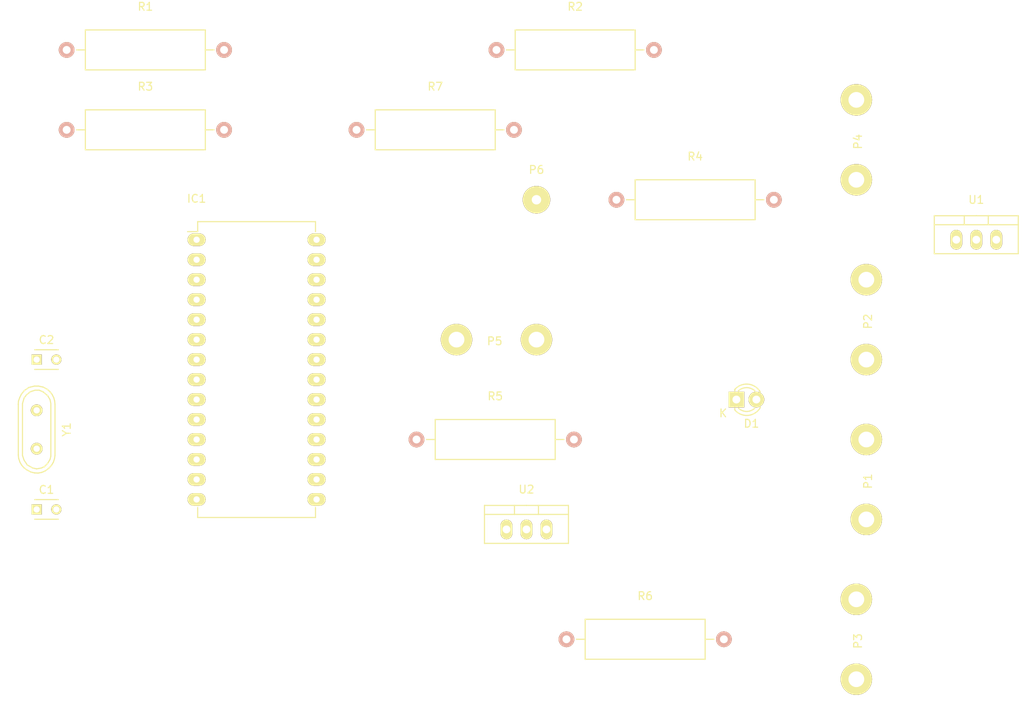
<source format=kicad_pcb>
(kicad_pcb (version 4) (host pcbnew 4.0.2+dfsg1-stable)

  (general
    (links 39)
    (no_connects 39)
    (area 35.705 31.4759 166.247381 121.599301)
    (thickness 1.6)
    (drawings 0)
    (tracks 0)
    (zones 0)
    (modules 20)
    (nets 29)
  )

  (page A4)
  (layers
    (0 F.Cu signal)
    (31 B.Cu signal)
    (32 B.Adhes user)
    (33 F.Adhes user)
    (34 B.Paste user)
    (35 F.Paste user)
    (36 B.SilkS user)
    (37 F.SilkS user)
    (38 B.Mask user)
    (39 F.Mask user)
    (40 Dwgs.User user)
    (41 Cmts.User user)
    (42 Eco1.User user)
    (43 Eco2.User user)
    (44 Edge.Cuts user)
    (45 Margin user)
    (46 B.CrtYd user)
    (47 F.CrtYd user)
    (48 B.Fab user)
    (49 F.Fab user)
  )

  (setup
    (last_trace_width 0.25)
    (trace_clearance 0.2)
    (zone_clearance 0.508)
    (zone_45_only no)
    (trace_min 0.2)
    (segment_width 0.2)
    (edge_width 0.15)
    (via_size 0.6)
    (via_drill 0.4)
    (via_min_size 0.4)
    (via_min_drill 0.3)
    (uvia_size 0.3)
    (uvia_drill 0.1)
    (uvias_allowed no)
    (uvia_min_size 0.2)
    (uvia_min_drill 0.1)
    (pcb_text_width 0.3)
    (pcb_text_size 1.5 1.5)
    (mod_edge_width 0.15)
    (mod_text_size 1 1)
    (mod_text_width 0.15)
    (pad_size 1.524 1.524)
    (pad_drill 0.762)
    (pad_to_mask_clearance 0.2)
    (aux_axis_origin 0 0)
    (visible_elements FFFFFF7F)
    (pcbplotparams
      (layerselection 0x00030_80000001)
      (usegerberextensions false)
      (excludeedgelayer true)
      (linewidth 0.100000)
      (plotframeref false)
      (viasonmask false)
      (mode 1)
      (useauxorigin false)
      (hpglpennumber 1)
      (hpglpenspeed 20)
      (hpglpendiameter 15)
      (hpglpenoverlay 2)
      (psnegative false)
      (psa4output false)
      (plotreference true)
      (plotvalue true)
      (plotinvisibletext false)
      (padsonsilk false)
      (subtractmaskfromsilk false)
      (outputformat 1)
      (mirror false)
      (drillshape 1)
      (scaleselection 1)
      (outputdirectory ""))
  )

  (net 0 "")
  (net 1 "Net-(C1-Pad1)")
  (net 2 GND)
  (net 3 "Net-(C2-Pad1)")
  (net 4 "Net-(D1-Pad2)")
  (net 5 "Net-(IC1-Pad1)")
  (net 6 "Net-(IC1-Pad2)")
  (net 7 "Net-(IC1-Pad3)")
  (net 8 /D3)
  (net 9 /MEGA_FBK)
  (net 10 /D5)
  (net 11 +5V)
  (net 12 "Net-(IC1-Pad11)")
  (net 13 "Net-(IC1-Pad12)")
  (net 14 "Net-(IC1-Pad13)")
  (net 15 "Net-(IC1-Pad14)")
  (net 16 "Net-(IC1-Pad15)")
  (net 17 "Net-(IC1-Pad16)")
  (net 18 "Net-(IC1-Pad17)")
  (net 19 "Net-(IC1-Pad18)")
  (net 20 "Net-(IC1-Pad19)")
  (net 21 /A0)
  (net 22 /A1)
  (net 23 "Net-(IC1-Pad25)")
  (net 24 "Net-(IC1-Pad26)")
  (net 25 "Net-(IC1-Pad27)")
  (net 26 "Net-(IC1-Pad28)")
  (net 27 /MSFT_SOLAR_S)
  (net 28 /MEGA-)

  (net_class Default "This is the default net class."
    (clearance 0.2)
    (trace_width 0.25)
    (via_dia 0.6)
    (via_drill 0.4)
    (uvia_dia 0.3)
    (uvia_drill 0.1)
    (add_net +5V)
    (add_net /A0)
    (add_net /A1)
    (add_net /D3)
    (add_net /D5)
    (add_net /MEGA-)
    (add_net /MEGA_FBK)
    (add_net /MSFT_SOLAR_S)
    (add_net GND)
    (add_net "Net-(C1-Pad1)")
    (add_net "Net-(C2-Pad1)")
    (add_net "Net-(D1-Pad2)")
    (add_net "Net-(IC1-Pad1)")
    (add_net "Net-(IC1-Pad11)")
    (add_net "Net-(IC1-Pad12)")
    (add_net "Net-(IC1-Pad13)")
    (add_net "Net-(IC1-Pad14)")
    (add_net "Net-(IC1-Pad15)")
    (add_net "Net-(IC1-Pad16)")
    (add_net "Net-(IC1-Pad17)")
    (add_net "Net-(IC1-Pad18)")
    (add_net "Net-(IC1-Pad19)")
    (add_net "Net-(IC1-Pad2)")
    (add_net "Net-(IC1-Pad25)")
    (add_net "Net-(IC1-Pad26)")
    (add_net "Net-(IC1-Pad27)")
    (add_net "Net-(IC1-Pad28)")
    (add_net "Net-(IC1-Pad3)")
  )

  (module Capacitors_ThroughHole:C_Disc_D3_P2.5 (layer F.Cu) (tedit 0) (tstamp 5A1C49B2)
    (at 40.64 96.52)
    (descr "Capacitor 3mm Disc, Pitch 2.5mm")
    (tags Capacitor)
    (path /5A1C2AB0)
    (fp_text reference C1 (at 1.25 -2.5) (layer F.SilkS)
      (effects (font (size 1 1) (thickness 0.15)))
    )
    (fp_text value 20pF (at 1.25 2.5) (layer F.Fab)
      (effects (font (size 1 1) (thickness 0.15)))
    )
    (fp_line (start -0.9 -1.5) (end 3.4 -1.5) (layer F.CrtYd) (width 0.05))
    (fp_line (start 3.4 -1.5) (end 3.4 1.5) (layer F.CrtYd) (width 0.05))
    (fp_line (start 3.4 1.5) (end -0.9 1.5) (layer F.CrtYd) (width 0.05))
    (fp_line (start -0.9 1.5) (end -0.9 -1.5) (layer F.CrtYd) (width 0.05))
    (fp_line (start -0.25 -1.25) (end 2.75 -1.25) (layer F.SilkS) (width 0.15))
    (fp_line (start 2.75 1.25) (end -0.25 1.25) (layer F.SilkS) (width 0.15))
    (pad 1 thru_hole rect (at 0 0) (size 1.3 1.3) (drill 0.8) (layers *.Cu *.Mask F.SilkS)
      (net 1 "Net-(C1-Pad1)"))
    (pad 2 thru_hole circle (at 2.5 0) (size 1.3 1.3) (drill 0.8001) (layers *.Cu *.Mask F.SilkS)
      (net 2 GND))
    (model Capacitors_ThroughHole.3dshapes/C_Disc_D3_P2.5.wrl
      (at (xyz 0.0492126 0 0))
      (scale (xyz 1 1 1))
      (rotate (xyz 0 0 0))
    )
  )

  (module Capacitors_ThroughHole:C_Disc_D3_P2.5 (layer F.Cu) (tedit 0) (tstamp 5A1C49B8)
    (at 40.64 77.47)
    (descr "Capacitor 3mm Disc, Pitch 2.5mm")
    (tags Capacitor)
    (path /5A1C2A61)
    (fp_text reference C2 (at 1.25 -2.5) (layer F.SilkS)
      (effects (font (size 1 1) (thickness 0.15)))
    )
    (fp_text value 20pF (at 1.25 2.5) (layer F.Fab)
      (effects (font (size 1 1) (thickness 0.15)))
    )
    (fp_line (start -0.9 -1.5) (end 3.4 -1.5) (layer F.CrtYd) (width 0.05))
    (fp_line (start 3.4 -1.5) (end 3.4 1.5) (layer F.CrtYd) (width 0.05))
    (fp_line (start 3.4 1.5) (end -0.9 1.5) (layer F.CrtYd) (width 0.05))
    (fp_line (start -0.9 1.5) (end -0.9 -1.5) (layer F.CrtYd) (width 0.05))
    (fp_line (start -0.25 -1.25) (end 2.75 -1.25) (layer F.SilkS) (width 0.15))
    (fp_line (start 2.75 1.25) (end -0.25 1.25) (layer F.SilkS) (width 0.15))
    (pad 1 thru_hole rect (at 0 0) (size 1.3 1.3) (drill 0.8) (layers *.Cu *.Mask F.SilkS)
      (net 3 "Net-(C2-Pad1)"))
    (pad 2 thru_hole circle (at 2.5 0) (size 1.3 1.3) (drill 0.8001) (layers *.Cu *.Mask F.SilkS)
      (net 2 GND))
    (model Capacitors_ThroughHole.3dshapes/C_Disc_D3_P2.5.wrl
      (at (xyz 0.0492126 0 0))
      (scale (xyz 1 1 1))
      (rotate (xyz 0 0 0))
    )
  )

  (module LEDs:LED-3MM (layer F.Cu) (tedit 559B82F6) (tstamp 5A1C49BE)
    (at 129.54 82.55)
    (descr "LED 3mm round vertical")
    (tags "LED  3mm round vertical")
    (path /5A1C6138)
    (fp_text reference D1 (at 1.91 3.06) (layer F.SilkS)
      (effects (font (size 1 1) (thickness 0.15)))
    )
    (fp_text value LED (at 1.3 -2.9) (layer F.Fab)
      (effects (font (size 1 1) (thickness 0.15)))
    )
    (fp_line (start -1.2 2.3) (end 3.8 2.3) (layer F.CrtYd) (width 0.05))
    (fp_line (start 3.8 2.3) (end 3.8 -2.2) (layer F.CrtYd) (width 0.05))
    (fp_line (start 3.8 -2.2) (end -1.2 -2.2) (layer F.CrtYd) (width 0.05))
    (fp_line (start -1.2 -2.2) (end -1.2 2.3) (layer F.CrtYd) (width 0.05))
    (fp_line (start -0.199 1.314) (end -0.199 1.114) (layer F.SilkS) (width 0.15))
    (fp_line (start -0.199 -1.28) (end -0.199 -1.1) (layer F.SilkS) (width 0.15))
    (fp_arc (start 1.301 0.034) (end -0.199 -1.286) (angle 108.5) (layer F.SilkS) (width 0.15))
    (fp_arc (start 1.301 0.034) (end 0.25 -1.1) (angle 85.7) (layer F.SilkS) (width 0.15))
    (fp_arc (start 1.311 0.034) (end 3.051 0.994) (angle 110) (layer F.SilkS) (width 0.15))
    (fp_arc (start 1.301 0.034) (end 2.335 1.094) (angle 87.5) (layer F.SilkS) (width 0.15))
    (fp_text user K (at -1.69 1.74) (layer F.SilkS)
      (effects (font (size 1 1) (thickness 0.15)))
    )
    (pad 1 thru_hole rect (at 0 0 90) (size 2 2) (drill 1.00076) (layers *.Cu *.Mask F.SilkS)
      (net 2 GND))
    (pad 2 thru_hole circle (at 2.54 0) (size 2 2) (drill 1.00076) (layers *.Cu *.Mask F.SilkS)
      (net 4 "Net-(D1-Pad2)"))
    (model LEDs.3dshapes/LED-3MM.wrl
      (at (xyz 0.05 0 0))
      (scale (xyz 1 1 1))
      (rotate (xyz 0 0 90))
    )
  )

  (module Housings_DIP:DIP-28_W15.24mm_LongPads (layer F.Cu) (tedit 54130A77) (tstamp 5A1C49DE)
    (at 60.96 62.23)
    (descr "28-lead dip package, row spacing 15.24 mm (600 mils), longer pads")
    (tags "dil dip 2.54 600")
    (path /5A1C2877)
    (fp_text reference IC1 (at 0 -5.22) (layer F.SilkS)
      (effects (font (size 1 1) (thickness 0.15)))
    )
    (fp_text value ATMEGA328-P (at 0 -3.72) (layer F.Fab)
      (effects (font (size 1 1) (thickness 0.15)))
    )
    (fp_line (start -1.4 -2.45) (end -1.4 35.5) (layer F.CrtYd) (width 0.05))
    (fp_line (start 16.65 -2.45) (end 16.65 35.5) (layer F.CrtYd) (width 0.05))
    (fp_line (start -1.4 -2.45) (end 16.65 -2.45) (layer F.CrtYd) (width 0.05))
    (fp_line (start -1.4 35.5) (end 16.65 35.5) (layer F.CrtYd) (width 0.05))
    (fp_line (start 0.135 -2.295) (end 0.135 -1.025) (layer F.SilkS) (width 0.15))
    (fp_line (start 15.105 -2.295) (end 15.105 -1.025) (layer F.SilkS) (width 0.15))
    (fp_line (start 15.105 35.315) (end 15.105 34.045) (layer F.SilkS) (width 0.15))
    (fp_line (start 0.135 35.315) (end 0.135 34.045) (layer F.SilkS) (width 0.15))
    (fp_line (start 0.135 -2.295) (end 15.105 -2.295) (layer F.SilkS) (width 0.15))
    (fp_line (start 0.135 35.315) (end 15.105 35.315) (layer F.SilkS) (width 0.15))
    (fp_line (start 0.135 -1.025) (end -1.15 -1.025) (layer F.SilkS) (width 0.15))
    (pad 1 thru_hole oval (at 0 0) (size 2.3 1.6) (drill 0.8) (layers *.Cu *.Mask F.SilkS)
      (net 5 "Net-(IC1-Pad1)"))
    (pad 2 thru_hole oval (at 0 2.54) (size 2.3 1.6) (drill 0.8) (layers *.Cu *.Mask F.SilkS)
      (net 6 "Net-(IC1-Pad2)"))
    (pad 3 thru_hole oval (at 0 5.08) (size 2.3 1.6) (drill 0.8) (layers *.Cu *.Mask F.SilkS)
      (net 7 "Net-(IC1-Pad3)"))
    (pad 4 thru_hole oval (at 0 7.62) (size 2.3 1.6) (drill 0.8) (layers *.Cu *.Mask F.SilkS)
      (net 8 /D3))
    (pad 5 thru_hole oval (at 0 10.16) (size 2.3 1.6) (drill 0.8) (layers *.Cu *.Mask F.SilkS)
      (net 9 /MEGA_FBK))
    (pad 6 thru_hole oval (at 0 12.7) (size 2.3 1.6) (drill 0.8) (layers *.Cu *.Mask F.SilkS)
      (net 10 /D5))
    (pad 7 thru_hole oval (at 0 15.24) (size 2.3 1.6) (drill 0.8) (layers *.Cu *.Mask F.SilkS)
      (net 11 +5V))
    (pad 8 thru_hole oval (at 0 17.78) (size 2.3 1.6) (drill 0.8) (layers *.Cu *.Mask F.SilkS)
      (net 2 GND))
    (pad 9 thru_hole oval (at 0 20.32) (size 2.3 1.6) (drill 0.8) (layers *.Cu *.Mask F.SilkS)
      (net 3 "Net-(C2-Pad1)"))
    (pad 10 thru_hole oval (at 0 22.86) (size 2.3 1.6) (drill 0.8) (layers *.Cu *.Mask F.SilkS)
      (net 1 "Net-(C1-Pad1)"))
    (pad 11 thru_hole oval (at 0 25.4) (size 2.3 1.6) (drill 0.8) (layers *.Cu *.Mask F.SilkS)
      (net 12 "Net-(IC1-Pad11)"))
    (pad 12 thru_hole oval (at 0 27.94) (size 2.3 1.6) (drill 0.8) (layers *.Cu *.Mask F.SilkS)
      (net 13 "Net-(IC1-Pad12)"))
    (pad 13 thru_hole oval (at 0 30.48) (size 2.3 1.6) (drill 0.8) (layers *.Cu *.Mask F.SilkS)
      (net 14 "Net-(IC1-Pad13)"))
    (pad 14 thru_hole oval (at 0 33.02) (size 2.3 1.6) (drill 0.8) (layers *.Cu *.Mask F.SilkS)
      (net 15 "Net-(IC1-Pad14)"))
    (pad 15 thru_hole oval (at 15.24 33.02) (size 2.3 1.6) (drill 0.8) (layers *.Cu *.Mask F.SilkS)
      (net 16 "Net-(IC1-Pad15)"))
    (pad 16 thru_hole oval (at 15.24 30.48) (size 2.3 1.6) (drill 0.8) (layers *.Cu *.Mask F.SilkS)
      (net 17 "Net-(IC1-Pad16)"))
    (pad 17 thru_hole oval (at 15.24 27.94) (size 2.3 1.6) (drill 0.8) (layers *.Cu *.Mask F.SilkS)
      (net 18 "Net-(IC1-Pad17)"))
    (pad 18 thru_hole oval (at 15.24 25.4) (size 2.3 1.6) (drill 0.8) (layers *.Cu *.Mask F.SilkS)
      (net 19 "Net-(IC1-Pad18)"))
    (pad 19 thru_hole oval (at 15.24 22.86) (size 2.3 1.6) (drill 0.8) (layers *.Cu *.Mask F.SilkS)
      (net 20 "Net-(IC1-Pad19)"))
    (pad 20 thru_hole oval (at 15.24 20.32) (size 2.3 1.6) (drill 0.8) (layers *.Cu *.Mask F.SilkS)
      (net 11 +5V))
    (pad 21 thru_hole oval (at 15.24 17.78) (size 2.3 1.6) (drill 0.8) (layers *.Cu *.Mask F.SilkS)
      (net 11 +5V))
    (pad 22 thru_hole oval (at 15.24 15.24) (size 2.3 1.6) (drill 0.8) (layers *.Cu *.Mask F.SilkS)
      (net 2 GND))
    (pad 23 thru_hole oval (at 15.24 12.7) (size 2.3 1.6) (drill 0.8) (layers *.Cu *.Mask F.SilkS)
      (net 21 /A0))
    (pad 24 thru_hole oval (at 15.24 10.16) (size 2.3 1.6) (drill 0.8) (layers *.Cu *.Mask F.SilkS)
      (net 22 /A1))
    (pad 25 thru_hole oval (at 15.24 7.62) (size 2.3 1.6) (drill 0.8) (layers *.Cu *.Mask F.SilkS)
      (net 23 "Net-(IC1-Pad25)"))
    (pad 26 thru_hole oval (at 15.24 5.08) (size 2.3 1.6) (drill 0.8) (layers *.Cu *.Mask F.SilkS)
      (net 24 "Net-(IC1-Pad26)"))
    (pad 27 thru_hole oval (at 15.24 2.54) (size 2.3 1.6) (drill 0.8) (layers *.Cu *.Mask F.SilkS)
      (net 25 "Net-(IC1-Pad27)"))
    (pad 28 thru_hole oval (at 15.24 0) (size 2.3 1.6) (drill 0.8) (layers *.Cu *.Mask F.SilkS)
      (net 26 "Net-(IC1-Pad28)"))
    (model Housings_DIP.3dshapes/DIP-28_W15.24mm_LongPads.wrl
      (at (xyz 0 0 0))
      (scale (xyz 1 1 1))
      (rotate (xyz 0 0 0))
    )
  )

  (module Wire_Connections_Bridges:WireConnection_2.00mmDrill (layer F.Cu) (tedit 0) (tstamp 5A1C49E4)
    (at 146.05 97.79 90)
    (descr "WireConnection with 2mm drill")
    (path /5A1C2EF9)
    (fp_text reference P1 (at 4.8514 0.2032 90) (layer F.SilkS)
      (effects (font (size 1 1) (thickness 0.15)))
    )
    (fp_text value SOLAR_PANEL (at 5.08 3.81 90) (layer F.Fab)
      (effects (font (size 1 1) (thickness 0.15)))
    )
    (fp_line (start 14.0716 -3.7592) (end 13.8684 -3.6576) (layer Cmts.User) (width 0.381))
    (fp_line (start 13.8684 -3.6576) (end 13.6398 -3.6576) (layer Cmts.User) (width 0.381))
    (fp_line (start 13.6398 -3.6576) (end 13.4366 -3.7592) (layer Cmts.User) (width 0.381))
    (fp_line (start 13.4366 -3.7592) (end 13.3604 -4.1148) (layer Cmts.User) (width 0.381))
    (fp_line (start 13.3604 -4.1148) (end 13.3604 -4.572) (layer Cmts.User) (width 0.381))
    (fp_line (start 13.3604 -4.572) (end 13.462 -4.6482) (layer Cmts.User) (width 0.381))
    (fp_line (start 13.462 -4.6482) (end 13.7668 -4.7244) (layer Cmts.User) (width 0.381))
    (fp_line (start 13.7668 -4.7244) (end 13.9954 -4.6736) (layer Cmts.User) (width 0.381))
    (fp_line (start 13.9954 -4.6736) (end 14.0462 -4.318) (layer Cmts.User) (width 0.381))
    (fp_line (start 14.0462 -4.318) (end 13.4366 -4.191) (layer Cmts.User) (width 0.381))
    (fp_line (start 13.4366 -4.191) (end 13.4366 -4.2418) (layer Cmts.User) (width 0.381))
    (fp_line (start 12.7508 -3.7084) (end 12.4206 -3.7084) (layer Cmts.User) (width 0.381))
    (fp_line (start 12.4206 -3.7084) (end 12.2174 -3.7084) (layer Cmts.User) (width 0.381))
    (fp_line (start 12.2174 -3.7084) (end 12.0396 -3.8608) (layer Cmts.User) (width 0.381))
    (fp_line (start 12.0396 -3.8608) (end 12.0396 -4.2418) (layer Cmts.User) (width 0.381))
    (fp_line (start 12.0396 -4.2418) (end 12.1412 -4.572) (layer Cmts.User) (width 0.381))
    (fp_line (start 12.1412 -4.572) (end 12.2936 -4.6482) (layer Cmts.User) (width 0.381))
    (fp_line (start 12.2936 -4.6482) (end 12.573 -4.6482) (layer Cmts.User) (width 0.381))
    (fp_line (start 12.573 -4.6482) (end 12.7508 -4.572) (layer Cmts.User) (width 0.381))
    (fp_line (start 12.7508 -4.572) (end 12.7762 -4.2672) (layer Cmts.User) (width 0.381))
    (fp_line (start 12.7762 -4.2672) (end 12.1412 -4.2418) (layer Cmts.User) (width 0.381))
    (fp_line (start 11.2268 -4.5212) (end 11.6078 -4.6736) (layer Cmts.User) (width 0.381))
    (fp_line (start 11.6078 -4.6736) (end 11.6332 -4.6736) (layer Cmts.User) (width 0.381))
    (fp_line (start 11.2014 -4.7244) (end 11.2014 -3.6576) (layer Cmts.User) (width 0.381))
    (fp_line (start 9.9822 -4.6736) (end 10.668 -4.7244) (layer Cmts.User) (width 0.381))
    (fp_line (start 10.7188 -5.207) (end 10.541 -5.207) (layer Cmts.User) (width 0.381))
    (fp_line (start 10.541 -5.207) (end 10.3886 -5.08) (layer Cmts.User) (width 0.381))
    (fp_line (start 10.3886 -5.08) (end 10.3378 -3.7084) (layer Cmts.User) (width 0.381))
    (fp_line (start 8.4328 -4.5974) (end 8.3058 -4.6736) (layer Cmts.User) (width 0.381))
    (fp_line (start 8.3058 -4.6736) (end 8.0264 -4.6736) (layer Cmts.User) (width 0.381))
    (fp_line (start 8.0264 -4.6736) (end 7.874 -4.445) (layer Cmts.User) (width 0.381))
    (fp_line (start 7.874 -4.445) (end 7.8994 -4.2672) (layer Cmts.User) (width 0.381))
    (fp_line (start 7.8994 -4.2672) (end 8.1788 -4.191) (layer Cmts.User) (width 0.381))
    (fp_line (start 8.1788 -4.191) (end 8.4328 -4.1148) (layer Cmts.User) (width 0.381))
    (fp_line (start 8.4328 -4.1148) (end 8.4836 -3.8354) (layer Cmts.User) (width 0.381))
    (fp_line (start 8.4836 -3.8354) (end 8.2804 -3.6576) (layer Cmts.User) (width 0.381))
    (fp_line (start 8.2804 -3.6576) (end 7.8994 -3.7084) (layer Cmts.User) (width 0.381))
    (fp_line (start 7.1628 -3.6576) (end 6.8072 -3.7592) (layer Cmts.User) (width 0.381))
    (fp_line (start 6.8072 -3.7592) (end 6.604 -3.8354) (layer Cmts.User) (width 0.381))
    (fp_line (start 6.604 -3.8354) (end 6.477 -4.1656) (layer Cmts.User) (width 0.381))
    (fp_line (start 6.477 -4.1656) (end 6.477 -4.4704) (layer Cmts.User) (width 0.381))
    (fp_line (start 6.477 -4.4704) (end 6.6802 -4.6736) (layer Cmts.User) (width 0.381))
    (fp_line (start 6.6802 -4.6736) (end 7.0104 -4.7244) (layer Cmts.User) (width 0.381))
    (fp_line (start 7.2136 -5.207) (end 7.2136 -3.6576) (layer Cmts.User) (width 0.381))
    (fp_line (start 5.715 -3.6576) (end 5.2578 -3.7084) (layer Cmts.User) (width 0.381))
    (fp_line (start 5.2578 -3.7084) (end 5.1054 -3.9116) (layer Cmts.User) (width 0.381))
    (fp_line (start 5.1054 -3.9116) (end 5.1308 -4.191) (layer Cmts.User) (width 0.381))
    (fp_line (start 5.1308 -4.191) (end 5.842 -4.2418) (layer Cmts.User) (width 0.381))
    (fp_line (start 5.1054 -4.572) (end 5.3848 -4.7244) (layer Cmts.User) (width 0.381))
    (fp_line (start 5.3848 -4.7244) (end 5.6388 -4.6482) (layer Cmts.User) (width 0.381))
    (fp_line (start 5.6388 -4.6482) (end 5.7912 -4.4704) (layer Cmts.User) (width 0.381))
    (fp_line (start 5.7912 -4.4704) (end 5.842 -3.6322) (layer Cmts.User) (width 0.381))
    (fp_line (start 3.6068 -3.6576) (end 3.6322 -5.2578) (layer Cmts.User) (width 0.381))
    (fp_line (start 3.6322 -5.2578) (end 4.0894 -5.2578) (layer Cmts.User) (width 0.381))
    (fp_line (start 4.0894 -5.2578) (end 4.3688 -5.1308) (layer Cmts.User) (width 0.381))
    (fp_line (start 4.3688 -5.1308) (end 4.4958 -4.8768) (layer Cmts.User) (width 0.381))
    (fp_line (start 4.4958 -4.8768) (end 4.4958 -4.5974) (layer Cmts.User) (width 0.381))
    (fp_line (start 4.4958 -4.5974) (end 4.3688 -4.3942) (layer Cmts.User) (width 0.381))
    (fp_line (start 4.3688 -4.3942) (end 4.0894 -4.445) (layer Cmts.User) (width 0.381))
    (fp_line (start 4.0894 -4.445) (end 3.6322 -4.445) (layer Cmts.User) (width 0.381))
    (fp_line (start 1.778 -3.7592) (end 1.524 -3.6576) (layer Cmts.User) (width 0.381))
    (fp_line (start 1.524 -3.6576) (end 1.27 -3.7592) (layer Cmts.User) (width 0.381))
    (fp_line (start 1.27 -3.7592) (end 1.1176 -3.9116) (layer Cmts.User) (width 0.381))
    (fp_line (start 1.1176 -3.9116) (end 1.0414 -4.318) (layer Cmts.User) (width 0.381))
    (fp_line (start 1.0414 -4.318) (end 1.1684 -4.572) (layer Cmts.User) (width 0.381))
    (fp_line (start 1.1684 -4.572) (end 1.3716 -4.6736) (layer Cmts.User) (width 0.381))
    (fp_line (start 1.3716 -4.6736) (end 1.651 -4.6482) (layer Cmts.User) (width 0.381))
    (fp_line (start 1.651 -4.6482) (end 1.8034 -4.5212) (layer Cmts.User) (width 0.381))
    (fp_line (start 1.8034 -4.5212) (end 1.8034 -4.318) (layer Cmts.User) (width 0.381))
    (fp_line (start 1.8034 -4.318) (end 1.1684 -4.2418) (layer Cmts.User) (width 0.381))
    (fp_line (start -0.1524 -4.7244) (end 0.3048 -3.6576) (layer Cmts.User) (width 0.381))
    (fp_line (start 0.3048 -3.6576) (end 0.5842 -4.6736) (layer Cmts.User) (width 0.381))
    (fp_line (start 0.5842 -4.6736) (end 0.5588 -4.6736) (layer Cmts.User) (width 0.381))
    (fp_line (start -1.4732 -4.3942) (end -1.4732 -3.9116) (layer Cmts.User) (width 0.381))
    (fp_line (start -1.4732 -3.9116) (end -1.27 -3.7084) (layer Cmts.User) (width 0.381))
    (fp_line (start -1.27 -3.7084) (end -1.0414 -3.6576) (layer Cmts.User) (width 0.381))
    (fp_line (start -1.0414 -3.6576) (end -0.762 -3.7846) (layer Cmts.User) (width 0.381))
    (fp_line (start -0.762 -3.7846) (end -0.6604 -3.9878) (layer Cmts.User) (width 0.381))
    (fp_line (start -0.6604 -3.9878) (end -0.6604 -4.445) (layer Cmts.User) (width 0.381))
    (fp_line (start -0.6604 -4.445) (end -0.8382 -4.6482) (layer Cmts.User) (width 0.381))
    (fp_line (start -0.8382 -4.6482) (end -1.1176 -4.7244) (layer Cmts.User) (width 0.381))
    (fp_line (start -1.1176 -4.7244) (end -1.4478 -4.4704) (layer Cmts.User) (width 0.381))
    (fp_line (start -3.0988 -3.6322) (end -3.0988 -5.2578) (layer Cmts.User) (width 0.381))
    (fp_line (start -3.0988 -5.2578) (end -2.6162 -4.1148) (layer Cmts.User) (width 0.381))
    (fp_line (start -2.6162 -4.1148) (end -2.1336 -5.1816) (layer Cmts.User) (width 0.381))
    (fp_line (start -2.1336 -5.1816) (end -2.1336 -3.6322) (layer Cmts.User) (width 0.381))
    (pad 1 thru_hole circle (at 0 0 90) (size 4.0005 4.0005) (drill 1.99898) (layers *.Cu *.Mask F.SilkS)
      (net 21 /A0))
    (pad 2 thru_hole circle (at 10.16 0 90) (size 4.0005 4.0005) (drill 1.99898) (layers *.Cu *.Mask F.SilkS)
      (net 27 /MSFT_SOLAR_S))
  )

  (module Wire_Connections_Bridges:WireConnection_2.00mmDrill (layer F.Cu) (tedit 0) (tstamp 5A1C49EA)
    (at 146.05 77.47 90)
    (descr "WireConnection with 2mm drill")
    (path /5A1C3104)
    (fp_text reference P2 (at 4.8514 0.2032 90) (layer F.SilkS)
      (effects (font (size 1 1) (thickness 0.15)))
    )
    (fp_text value 5V_pololu (at 5.08 3.81 90) (layer F.Fab)
      (effects (font (size 1 1) (thickness 0.15)))
    )
    (fp_line (start 14.0716 -3.7592) (end 13.8684 -3.6576) (layer Cmts.User) (width 0.381))
    (fp_line (start 13.8684 -3.6576) (end 13.6398 -3.6576) (layer Cmts.User) (width 0.381))
    (fp_line (start 13.6398 -3.6576) (end 13.4366 -3.7592) (layer Cmts.User) (width 0.381))
    (fp_line (start 13.4366 -3.7592) (end 13.3604 -4.1148) (layer Cmts.User) (width 0.381))
    (fp_line (start 13.3604 -4.1148) (end 13.3604 -4.572) (layer Cmts.User) (width 0.381))
    (fp_line (start 13.3604 -4.572) (end 13.462 -4.6482) (layer Cmts.User) (width 0.381))
    (fp_line (start 13.462 -4.6482) (end 13.7668 -4.7244) (layer Cmts.User) (width 0.381))
    (fp_line (start 13.7668 -4.7244) (end 13.9954 -4.6736) (layer Cmts.User) (width 0.381))
    (fp_line (start 13.9954 -4.6736) (end 14.0462 -4.318) (layer Cmts.User) (width 0.381))
    (fp_line (start 14.0462 -4.318) (end 13.4366 -4.191) (layer Cmts.User) (width 0.381))
    (fp_line (start 13.4366 -4.191) (end 13.4366 -4.2418) (layer Cmts.User) (width 0.381))
    (fp_line (start 12.7508 -3.7084) (end 12.4206 -3.7084) (layer Cmts.User) (width 0.381))
    (fp_line (start 12.4206 -3.7084) (end 12.2174 -3.7084) (layer Cmts.User) (width 0.381))
    (fp_line (start 12.2174 -3.7084) (end 12.0396 -3.8608) (layer Cmts.User) (width 0.381))
    (fp_line (start 12.0396 -3.8608) (end 12.0396 -4.2418) (layer Cmts.User) (width 0.381))
    (fp_line (start 12.0396 -4.2418) (end 12.1412 -4.572) (layer Cmts.User) (width 0.381))
    (fp_line (start 12.1412 -4.572) (end 12.2936 -4.6482) (layer Cmts.User) (width 0.381))
    (fp_line (start 12.2936 -4.6482) (end 12.573 -4.6482) (layer Cmts.User) (width 0.381))
    (fp_line (start 12.573 -4.6482) (end 12.7508 -4.572) (layer Cmts.User) (width 0.381))
    (fp_line (start 12.7508 -4.572) (end 12.7762 -4.2672) (layer Cmts.User) (width 0.381))
    (fp_line (start 12.7762 -4.2672) (end 12.1412 -4.2418) (layer Cmts.User) (width 0.381))
    (fp_line (start 11.2268 -4.5212) (end 11.6078 -4.6736) (layer Cmts.User) (width 0.381))
    (fp_line (start 11.6078 -4.6736) (end 11.6332 -4.6736) (layer Cmts.User) (width 0.381))
    (fp_line (start 11.2014 -4.7244) (end 11.2014 -3.6576) (layer Cmts.User) (width 0.381))
    (fp_line (start 9.9822 -4.6736) (end 10.668 -4.7244) (layer Cmts.User) (width 0.381))
    (fp_line (start 10.7188 -5.207) (end 10.541 -5.207) (layer Cmts.User) (width 0.381))
    (fp_line (start 10.541 -5.207) (end 10.3886 -5.08) (layer Cmts.User) (width 0.381))
    (fp_line (start 10.3886 -5.08) (end 10.3378 -3.7084) (layer Cmts.User) (width 0.381))
    (fp_line (start 8.4328 -4.5974) (end 8.3058 -4.6736) (layer Cmts.User) (width 0.381))
    (fp_line (start 8.3058 -4.6736) (end 8.0264 -4.6736) (layer Cmts.User) (width 0.381))
    (fp_line (start 8.0264 -4.6736) (end 7.874 -4.445) (layer Cmts.User) (width 0.381))
    (fp_line (start 7.874 -4.445) (end 7.8994 -4.2672) (layer Cmts.User) (width 0.381))
    (fp_line (start 7.8994 -4.2672) (end 8.1788 -4.191) (layer Cmts.User) (width 0.381))
    (fp_line (start 8.1788 -4.191) (end 8.4328 -4.1148) (layer Cmts.User) (width 0.381))
    (fp_line (start 8.4328 -4.1148) (end 8.4836 -3.8354) (layer Cmts.User) (width 0.381))
    (fp_line (start 8.4836 -3.8354) (end 8.2804 -3.6576) (layer Cmts.User) (width 0.381))
    (fp_line (start 8.2804 -3.6576) (end 7.8994 -3.7084) (layer Cmts.User) (width 0.381))
    (fp_line (start 7.1628 -3.6576) (end 6.8072 -3.7592) (layer Cmts.User) (width 0.381))
    (fp_line (start 6.8072 -3.7592) (end 6.604 -3.8354) (layer Cmts.User) (width 0.381))
    (fp_line (start 6.604 -3.8354) (end 6.477 -4.1656) (layer Cmts.User) (width 0.381))
    (fp_line (start 6.477 -4.1656) (end 6.477 -4.4704) (layer Cmts.User) (width 0.381))
    (fp_line (start 6.477 -4.4704) (end 6.6802 -4.6736) (layer Cmts.User) (width 0.381))
    (fp_line (start 6.6802 -4.6736) (end 7.0104 -4.7244) (layer Cmts.User) (width 0.381))
    (fp_line (start 7.2136 -5.207) (end 7.2136 -3.6576) (layer Cmts.User) (width 0.381))
    (fp_line (start 5.715 -3.6576) (end 5.2578 -3.7084) (layer Cmts.User) (width 0.381))
    (fp_line (start 5.2578 -3.7084) (end 5.1054 -3.9116) (layer Cmts.User) (width 0.381))
    (fp_line (start 5.1054 -3.9116) (end 5.1308 -4.191) (layer Cmts.User) (width 0.381))
    (fp_line (start 5.1308 -4.191) (end 5.842 -4.2418) (layer Cmts.User) (width 0.381))
    (fp_line (start 5.1054 -4.572) (end 5.3848 -4.7244) (layer Cmts.User) (width 0.381))
    (fp_line (start 5.3848 -4.7244) (end 5.6388 -4.6482) (layer Cmts.User) (width 0.381))
    (fp_line (start 5.6388 -4.6482) (end 5.7912 -4.4704) (layer Cmts.User) (width 0.381))
    (fp_line (start 5.7912 -4.4704) (end 5.842 -3.6322) (layer Cmts.User) (width 0.381))
    (fp_line (start 3.6068 -3.6576) (end 3.6322 -5.2578) (layer Cmts.User) (width 0.381))
    (fp_line (start 3.6322 -5.2578) (end 4.0894 -5.2578) (layer Cmts.User) (width 0.381))
    (fp_line (start 4.0894 -5.2578) (end 4.3688 -5.1308) (layer Cmts.User) (width 0.381))
    (fp_line (start 4.3688 -5.1308) (end 4.4958 -4.8768) (layer Cmts.User) (width 0.381))
    (fp_line (start 4.4958 -4.8768) (end 4.4958 -4.5974) (layer Cmts.User) (width 0.381))
    (fp_line (start 4.4958 -4.5974) (end 4.3688 -4.3942) (layer Cmts.User) (width 0.381))
    (fp_line (start 4.3688 -4.3942) (end 4.0894 -4.445) (layer Cmts.User) (width 0.381))
    (fp_line (start 4.0894 -4.445) (end 3.6322 -4.445) (layer Cmts.User) (width 0.381))
    (fp_line (start 1.778 -3.7592) (end 1.524 -3.6576) (layer Cmts.User) (width 0.381))
    (fp_line (start 1.524 -3.6576) (end 1.27 -3.7592) (layer Cmts.User) (width 0.381))
    (fp_line (start 1.27 -3.7592) (end 1.1176 -3.9116) (layer Cmts.User) (width 0.381))
    (fp_line (start 1.1176 -3.9116) (end 1.0414 -4.318) (layer Cmts.User) (width 0.381))
    (fp_line (start 1.0414 -4.318) (end 1.1684 -4.572) (layer Cmts.User) (width 0.381))
    (fp_line (start 1.1684 -4.572) (end 1.3716 -4.6736) (layer Cmts.User) (width 0.381))
    (fp_line (start 1.3716 -4.6736) (end 1.651 -4.6482) (layer Cmts.User) (width 0.381))
    (fp_line (start 1.651 -4.6482) (end 1.8034 -4.5212) (layer Cmts.User) (width 0.381))
    (fp_line (start 1.8034 -4.5212) (end 1.8034 -4.318) (layer Cmts.User) (width 0.381))
    (fp_line (start 1.8034 -4.318) (end 1.1684 -4.2418) (layer Cmts.User) (width 0.381))
    (fp_line (start -0.1524 -4.7244) (end 0.3048 -3.6576) (layer Cmts.User) (width 0.381))
    (fp_line (start 0.3048 -3.6576) (end 0.5842 -4.6736) (layer Cmts.User) (width 0.381))
    (fp_line (start 0.5842 -4.6736) (end 0.5588 -4.6736) (layer Cmts.User) (width 0.381))
    (fp_line (start -1.4732 -4.3942) (end -1.4732 -3.9116) (layer Cmts.User) (width 0.381))
    (fp_line (start -1.4732 -3.9116) (end -1.27 -3.7084) (layer Cmts.User) (width 0.381))
    (fp_line (start -1.27 -3.7084) (end -1.0414 -3.6576) (layer Cmts.User) (width 0.381))
    (fp_line (start -1.0414 -3.6576) (end -0.762 -3.7846) (layer Cmts.User) (width 0.381))
    (fp_line (start -0.762 -3.7846) (end -0.6604 -3.9878) (layer Cmts.User) (width 0.381))
    (fp_line (start -0.6604 -3.9878) (end -0.6604 -4.445) (layer Cmts.User) (width 0.381))
    (fp_line (start -0.6604 -4.445) (end -0.8382 -4.6482) (layer Cmts.User) (width 0.381))
    (fp_line (start -0.8382 -4.6482) (end -1.1176 -4.7244) (layer Cmts.User) (width 0.381))
    (fp_line (start -1.1176 -4.7244) (end -1.4478 -4.4704) (layer Cmts.User) (width 0.381))
    (fp_line (start -3.0988 -3.6322) (end -3.0988 -5.2578) (layer Cmts.User) (width 0.381))
    (fp_line (start -3.0988 -5.2578) (end -2.6162 -4.1148) (layer Cmts.User) (width 0.381))
    (fp_line (start -2.6162 -4.1148) (end -2.1336 -5.1816) (layer Cmts.User) (width 0.381))
    (fp_line (start -2.1336 -5.1816) (end -2.1336 -3.6322) (layer Cmts.User) (width 0.381))
    (pad 1 thru_hole circle (at 0 0 90) (size 4.0005 4.0005) (drill 1.99898) (layers *.Cu *.Mask F.SilkS)
      (net 11 +5V))
    (pad 2 thru_hole circle (at 10.16 0 90) (size 4.0005 4.0005) (drill 1.99898) (layers *.Cu *.Mask F.SilkS)
      (net 2 GND))
  )

  (module Wire_Connections_Bridges:WireConnection_2.00mmDrill (layer F.Cu) (tedit 0) (tstamp 5A1C49F0)
    (at 144.78 118.11 90)
    (descr "WireConnection with 2mm drill")
    (path /5A1C3146)
    (fp_text reference P3 (at 4.8514 0.2032 90) (layer F.SilkS)
      (effects (font (size 1 1) (thickness 0.15)))
    )
    (fp_text value BATT (at 5.08 3.81 90) (layer F.Fab)
      (effects (font (size 1 1) (thickness 0.15)))
    )
    (fp_line (start 14.0716 -3.7592) (end 13.8684 -3.6576) (layer Cmts.User) (width 0.381))
    (fp_line (start 13.8684 -3.6576) (end 13.6398 -3.6576) (layer Cmts.User) (width 0.381))
    (fp_line (start 13.6398 -3.6576) (end 13.4366 -3.7592) (layer Cmts.User) (width 0.381))
    (fp_line (start 13.4366 -3.7592) (end 13.3604 -4.1148) (layer Cmts.User) (width 0.381))
    (fp_line (start 13.3604 -4.1148) (end 13.3604 -4.572) (layer Cmts.User) (width 0.381))
    (fp_line (start 13.3604 -4.572) (end 13.462 -4.6482) (layer Cmts.User) (width 0.381))
    (fp_line (start 13.462 -4.6482) (end 13.7668 -4.7244) (layer Cmts.User) (width 0.381))
    (fp_line (start 13.7668 -4.7244) (end 13.9954 -4.6736) (layer Cmts.User) (width 0.381))
    (fp_line (start 13.9954 -4.6736) (end 14.0462 -4.318) (layer Cmts.User) (width 0.381))
    (fp_line (start 14.0462 -4.318) (end 13.4366 -4.191) (layer Cmts.User) (width 0.381))
    (fp_line (start 13.4366 -4.191) (end 13.4366 -4.2418) (layer Cmts.User) (width 0.381))
    (fp_line (start 12.7508 -3.7084) (end 12.4206 -3.7084) (layer Cmts.User) (width 0.381))
    (fp_line (start 12.4206 -3.7084) (end 12.2174 -3.7084) (layer Cmts.User) (width 0.381))
    (fp_line (start 12.2174 -3.7084) (end 12.0396 -3.8608) (layer Cmts.User) (width 0.381))
    (fp_line (start 12.0396 -3.8608) (end 12.0396 -4.2418) (layer Cmts.User) (width 0.381))
    (fp_line (start 12.0396 -4.2418) (end 12.1412 -4.572) (layer Cmts.User) (width 0.381))
    (fp_line (start 12.1412 -4.572) (end 12.2936 -4.6482) (layer Cmts.User) (width 0.381))
    (fp_line (start 12.2936 -4.6482) (end 12.573 -4.6482) (layer Cmts.User) (width 0.381))
    (fp_line (start 12.573 -4.6482) (end 12.7508 -4.572) (layer Cmts.User) (width 0.381))
    (fp_line (start 12.7508 -4.572) (end 12.7762 -4.2672) (layer Cmts.User) (width 0.381))
    (fp_line (start 12.7762 -4.2672) (end 12.1412 -4.2418) (layer Cmts.User) (width 0.381))
    (fp_line (start 11.2268 -4.5212) (end 11.6078 -4.6736) (layer Cmts.User) (width 0.381))
    (fp_line (start 11.6078 -4.6736) (end 11.6332 -4.6736) (layer Cmts.User) (width 0.381))
    (fp_line (start 11.2014 -4.7244) (end 11.2014 -3.6576) (layer Cmts.User) (width 0.381))
    (fp_line (start 9.9822 -4.6736) (end 10.668 -4.7244) (layer Cmts.User) (width 0.381))
    (fp_line (start 10.7188 -5.207) (end 10.541 -5.207) (layer Cmts.User) (width 0.381))
    (fp_line (start 10.541 -5.207) (end 10.3886 -5.08) (layer Cmts.User) (width 0.381))
    (fp_line (start 10.3886 -5.08) (end 10.3378 -3.7084) (layer Cmts.User) (width 0.381))
    (fp_line (start 8.4328 -4.5974) (end 8.3058 -4.6736) (layer Cmts.User) (width 0.381))
    (fp_line (start 8.3058 -4.6736) (end 8.0264 -4.6736) (layer Cmts.User) (width 0.381))
    (fp_line (start 8.0264 -4.6736) (end 7.874 -4.445) (layer Cmts.User) (width 0.381))
    (fp_line (start 7.874 -4.445) (end 7.8994 -4.2672) (layer Cmts.User) (width 0.381))
    (fp_line (start 7.8994 -4.2672) (end 8.1788 -4.191) (layer Cmts.User) (width 0.381))
    (fp_line (start 8.1788 -4.191) (end 8.4328 -4.1148) (layer Cmts.User) (width 0.381))
    (fp_line (start 8.4328 -4.1148) (end 8.4836 -3.8354) (layer Cmts.User) (width 0.381))
    (fp_line (start 8.4836 -3.8354) (end 8.2804 -3.6576) (layer Cmts.User) (width 0.381))
    (fp_line (start 8.2804 -3.6576) (end 7.8994 -3.7084) (layer Cmts.User) (width 0.381))
    (fp_line (start 7.1628 -3.6576) (end 6.8072 -3.7592) (layer Cmts.User) (width 0.381))
    (fp_line (start 6.8072 -3.7592) (end 6.604 -3.8354) (layer Cmts.User) (width 0.381))
    (fp_line (start 6.604 -3.8354) (end 6.477 -4.1656) (layer Cmts.User) (width 0.381))
    (fp_line (start 6.477 -4.1656) (end 6.477 -4.4704) (layer Cmts.User) (width 0.381))
    (fp_line (start 6.477 -4.4704) (end 6.6802 -4.6736) (layer Cmts.User) (width 0.381))
    (fp_line (start 6.6802 -4.6736) (end 7.0104 -4.7244) (layer Cmts.User) (width 0.381))
    (fp_line (start 7.2136 -5.207) (end 7.2136 -3.6576) (layer Cmts.User) (width 0.381))
    (fp_line (start 5.715 -3.6576) (end 5.2578 -3.7084) (layer Cmts.User) (width 0.381))
    (fp_line (start 5.2578 -3.7084) (end 5.1054 -3.9116) (layer Cmts.User) (width 0.381))
    (fp_line (start 5.1054 -3.9116) (end 5.1308 -4.191) (layer Cmts.User) (width 0.381))
    (fp_line (start 5.1308 -4.191) (end 5.842 -4.2418) (layer Cmts.User) (width 0.381))
    (fp_line (start 5.1054 -4.572) (end 5.3848 -4.7244) (layer Cmts.User) (width 0.381))
    (fp_line (start 5.3848 -4.7244) (end 5.6388 -4.6482) (layer Cmts.User) (width 0.381))
    (fp_line (start 5.6388 -4.6482) (end 5.7912 -4.4704) (layer Cmts.User) (width 0.381))
    (fp_line (start 5.7912 -4.4704) (end 5.842 -3.6322) (layer Cmts.User) (width 0.381))
    (fp_line (start 3.6068 -3.6576) (end 3.6322 -5.2578) (layer Cmts.User) (width 0.381))
    (fp_line (start 3.6322 -5.2578) (end 4.0894 -5.2578) (layer Cmts.User) (width 0.381))
    (fp_line (start 4.0894 -5.2578) (end 4.3688 -5.1308) (layer Cmts.User) (width 0.381))
    (fp_line (start 4.3688 -5.1308) (end 4.4958 -4.8768) (layer Cmts.User) (width 0.381))
    (fp_line (start 4.4958 -4.8768) (end 4.4958 -4.5974) (layer Cmts.User) (width 0.381))
    (fp_line (start 4.4958 -4.5974) (end 4.3688 -4.3942) (layer Cmts.User) (width 0.381))
    (fp_line (start 4.3688 -4.3942) (end 4.0894 -4.445) (layer Cmts.User) (width 0.381))
    (fp_line (start 4.0894 -4.445) (end 3.6322 -4.445) (layer Cmts.User) (width 0.381))
    (fp_line (start 1.778 -3.7592) (end 1.524 -3.6576) (layer Cmts.User) (width 0.381))
    (fp_line (start 1.524 -3.6576) (end 1.27 -3.7592) (layer Cmts.User) (width 0.381))
    (fp_line (start 1.27 -3.7592) (end 1.1176 -3.9116) (layer Cmts.User) (width 0.381))
    (fp_line (start 1.1176 -3.9116) (end 1.0414 -4.318) (layer Cmts.User) (width 0.381))
    (fp_line (start 1.0414 -4.318) (end 1.1684 -4.572) (layer Cmts.User) (width 0.381))
    (fp_line (start 1.1684 -4.572) (end 1.3716 -4.6736) (layer Cmts.User) (width 0.381))
    (fp_line (start 1.3716 -4.6736) (end 1.651 -4.6482) (layer Cmts.User) (width 0.381))
    (fp_line (start 1.651 -4.6482) (end 1.8034 -4.5212) (layer Cmts.User) (width 0.381))
    (fp_line (start 1.8034 -4.5212) (end 1.8034 -4.318) (layer Cmts.User) (width 0.381))
    (fp_line (start 1.8034 -4.318) (end 1.1684 -4.2418) (layer Cmts.User) (width 0.381))
    (fp_line (start -0.1524 -4.7244) (end 0.3048 -3.6576) (layer Cmts.User) (width 0.381))
    (fp_line (start 0.3048 -3.6576) (end 0.5842 -4.6736) (layer Cmts.User) (width 0.381))
    (fp_line (start 0.5842 -4.6736) (end 0.5588 -4.6736) (layer Cmts.User) (width 0.381))
    (fp_line (start -1.4732 -4.3942) (end -1.4732 -3.9116) (layer Cmts.User) (width 0.381))
    (fp_line (start -1.4732 -3.9116) (end -1.27 -3.7084) (layer Cmts.User) (width 0.381))
    (fp_line (start -1.27 -3.7084) (end -1.0414 -3.6576) (layer Cmts.User) (width 0.381))
    (fp_line (start -1.0414 -3.6576) (end -0.762 -3.7846) (layer Cmts.User) (width 0.381))
    (fp_line (start -0.762 -3.7846) (end -0.6604 -3.9878) (layer Cmts.User) (width 0.381))
    (fp_line (start -0.6604 -3.9878) (end -0.6604 -4.445) (layer Cmts.User) (width 0.381))
    (fp_line (start -0.6604 -4.445) (end -0.8382 -4.6482) (layer Cmts.User) (width 0.381))
    (fp_line (start -0.8382 -4.6482) (end -1.1176 -4.7244) (layer Cmts.User) (width 0.381))
    (fp_line (start -1.1176 -4.7244) (end -1.4478 -4.4704) (layer Cmts.User) (width 0.381))
    (fp_line (start -3.0988 -3.6322) (end -3.0988 -5.2578) (layer Cmts.User) (width 0.381))
    (fp_line (start -3.0988 -5.2578) (end -2.6162 -4.1148) (layer Cmts.User) (width 0.381))
    (fp_line (start -2.6162 -4.1148) (end -2.1336 -5.1816) (layer Cmts.User) (width 0.381))
    (fp_line (start -2.1336 -5.1816) (end -2.1336 -3.6322) (layer Cmts.User) (width 0.381))
    (pad 1 thru_hole circle (at 0 0 90) (size 4.0005 4.0005) (drill 1.99898) (layers *.Cu *.Mask F.SilkS)
      (net 21 /A0))
    (pad 2 thru_hole circle (at 10.16 0 90) (size 4.0005 4.0005) (drill 1.99898) (layers *.Cu *.Mask F.SilkS)
      (net 2 GND))
  )

  (module Wire_Connections_Bridges:WireConnection_2.00mmDrill (layer F.Cu) (tedit 0) (tstamp 5A1C49F6)
    (at 144.78 54.61 90)
    (descr "WireConnection with 2mm drill")
    (path /5A1C317C)
    (fp_text reference P4 (at 4.8514 0.2032 90) (layer F.SilkS)
      (effects (font (size 1 1) (thickness 0.15)))
    )
    (fp_text value SUPERCAPS (at 5.08 3.81 90) (layer F.Fab)
      (effects (font (size 1 1) (thickness 0.15)))
    )
    (fp_line (start 14.0716 -3.7592) (end 13.8684 -3.6576) (layer Cmts.User) (width 0.381))
    (fp_line (start 13.8684 -3.6576) (end 13.6398 -3.6576) (layer Cmts.User) (width 0.381))
    (fp_line (start 13.6398 -3.6576) (end 13.4366 -3.7592) (layer Cmts.User) (width 0.381))
    (fp_line (start 13.4366 -3.7592) (end 13.3604 -4.1148) (layer Cmts.User) (width 0.381))
    (fp_line (start 13.3604 -4.1148) (end 13.3604 -4.572) (layer Cmts.User) (width 0.381))
    (fp_line (start 13.3604 -4.572) (end 13.462 -4.6482) (layer Cmts.User) (width 0.381))
    (fp_line (start 13.462 -4.6482) (end 13.7668 -4.7244) (layer Cmts.User) (width 0.381))
    (fp_line (start 13.7668 -4.7244) (end 13.9954 -4.6736) (layer Cmts.User) (width 0.381))
    (fp_line (start 13.9954 -4.6736) (end 14.0462 -4.318) (layer Cmts.User) (width 0.381))
    (fp_line (start 14.0462 -4.318) (end 13.4366 -4.191) (layer Cmts.User) (width 0.381))
    (fp_line (start 13.4366 -4.191) (end 13.4366 -4.2418) (layer Cmts.User) (width 0.381))
    (fp_line (start 12.7508 -3.7084) (end 12.4206 -3.7084) (layer Cmts.User) (width 0.381))
    (fp_line (start 12.4206 -3.7084) (end 12.2174 -3.7084) (layer Cmts.User) (width 0.381))
    (fp_line (start 12.2174 -3.7084) (end 12.0396 -3.8608) (layer Cmts.User) (width 0.381))
    (fp_line (start 12.0396 -3.8608) (end 12.0396 -4.2418) (layer Cmts.User) (width 0.381))
    (fp_line (start 12.0396 -4.2418) (end 12.1412 -4.572) (layer Cmts.User) (width 0.381))
    (fp_line (start 12.1412 -4.572) (end 12.2936 -4.6482) (layer Cmts.User) (width 0.381))
    (fp_line (start 12.2936 -4.6482) (end 12.573 -4.6482) (layer Cmts.User) (width 0.381))
    (fp_line (start 12.573 -4.6482) (end 12.7508 -4.572) (layer Cmts.User) (width 0.381))
    (fp_line (start 12.7508 -4.572) (end 12.7762 -4.2672) (layer Cmts.User) (width 0.381))
    (fp_line (start 12.7762 -4.2672) (end 12.1412 -4.2418) (layer Cmts.User) (width 0.381))
    (fp_line (start 11.2268 -4.5212) (end 11.6078 -4.6736) (layer Cmts.User) (width 0.381))
    (fp_line (start 11.6078 -4.6736) (end 11.6332 -4.6736) (layer Cmts.User) (width 0.381))
    (fp_line (start 11.2014 -4.7244) (end 11.2014 -3.6576) (layer Cmts.User) (width 0.381))
    (fp_line (start 9.9822 -4.6736) (end 10.668 -4.7244) (layer Cmts.User) (width 0.381))
    (fp_line (start 10.7188 -5.207) (end 10.541 -5.207) (layer Cmts.User) (width 0.381))
    (fp_line (start 10.541 -5.207) (end 10.3886 -5.08) (layer Cmts.User) (width 0.381))
    (fp_line (start 10.3886 -5.08) (end 10.3378 -3.7084) (layer Cmts.User) (width 0.381))
    (fp_line (start 8.4328 -4.5974) (end 8.3058 -4.6736) (layer Cmts.User) (width 0.381))
    (fp_line (start 8.3058 -4.6736) (end 8.0264 -4.6736) (layer Cmts.User) (width 0.381))
    (fp_line (start 8.0264 -4.6736) (end 7.874 -4.445) (layer Cmts.User) (width 0.381))
    (fp_line (start 7.874 -4.445) (end 7.8994 -4.2672) (layer Cmts.User) (width 0.381))
    (fp_line (start 7.8994 -4.2672) (end 8.1788 -4.191) (layer Cmts.User) (width 0.381))
    (fp_line (start 8.1788 -4.191) (end 8.4328 -4.1148) (layer Cmts.User) (width 0.381))
    (fp_line (start 8.4328 -4.1148) (end 8.4836 -3.8354) (layer Cmts.User) (width 0.381))
    (fp_line (start 8.4836 -3.8354) (end 8.2804 -3.6576) (layer Cmts.User) (width 0.381))
    (fp_line (start 8.2804 -3.6576) (end 7.8994 -3.7084) (layer Cmts.User) (width 0.381))
    (fp_line (start 7.1628 -3.6576) (end 6.8072 -3.7592) (layer Cmts.User) (width 0.381))
    (fp_line (start 6.8072 -3.7592) (end 6.604 -3.8354) (layer Cmts.User) (width 0.381))
    (fp_line (start 6.604 -3.8354) (end 6.477 -4.1656) (layer Cmts.User) (width 0.381))
    (fp_line (start 6.477 -4.1656) (end 6.477 -4.4704) (layer Cmts.User) (width 0.381))
    (fp_line (start 6.477 -4.4704) (end 6.6802 -4.6736) (layer Cmts.User) (width 0.381))
    (fp_line (start 6.6802 -4.6736) (end 7.0104 -4.7244) (layer Cmts.User) (width 0.381))
    (fp_line (start 7.2136 -5.207) (end 7.2136 -3.6576) (layer Cmts.User) (width 0.381))
    (fp_line (start 5.715 -3.6576) (end 5.2578 -3.7084) (layer Cmts.User) (width 0.381))
    (fp_line (start 5.2578 -3.7084) (end 5.1054 -3.9116) (layer Cmts.User) (width 0.381))
    (fp_line (start 5.1054 -3.9116) (end 5.1308 -4.191) (layer Cmts.User) (width 0.381))
    (fp_line (start 5.1308 -4.191) (end 5.842 -4.2418) (layer Cmts.User) (width 0.381))
    (fp_line (start 5.1054 -4.572) (end 5.3848 -4.7244) (layer Cmts.User) (width 0.381))
    (fp_line (start 5.3848 -4.7244) (end 5.6388 -4.6482) (layer Cmts.User) (width 0.381))
    (fp_line (start 5.6388 -4.6482) (end 5.7912 -4.4704) (layer Cmts.User) (width 0.381))
    (fp_line (start 5.7912 -4.4704) (end 5.842 -3.6322) (layer Cmts.User) (width 0.381))
    (fp_line (start 3.6068 -3.6576) (end 3.6322 -5.2578) (layer Cmts.User) (width 0.381))
    (fp_line (start 3.6322 -5.2578) (end 4.0894 -5.2578) (layer Cmts.User) (width 0.381))
    (fp_line (start 4.0894 -5.2578) (end 4.3688 -5.1308) (layer Cmts.User) (width 0.381))
    (fp_line (start 4.3688 -5.1308) (end 4.4958 -4.8768) (layer Cmts.User) (width 0.381))
    (fp_line (start 4.4958 -4.8768) (end 4.4958 -4.5974) (layer Cmts.User) (width 0.381))
    (fp_line (start 4.4958 -4.5974) (end 4.3688 -4.3942) (layer Cmts.User) (width 0.381))
    (fp_line (start 4.3688 -4.3942) (end 4.0894 -4.445) (layer Cmts.User) (width 0.381))
    (fp_line (start 4.0894 -4.445) (end 3.6322 -4.445) (layer Cmts.User) (width 0.381))
    (fp_line (start 1.778 -3.7592) (end 1.524 -3.6576) (layer Cmts.User) (width 0.381))
    (fp_line (start 1.524 -3.6576) (end 1.27 -3.7592) (layer Cmts.User) (width 0.381))
    (fp_line (start 1.27 -3.7592) (end 1.1176 -3.9116) (layer Cmts.User) (width 0.381))
    (fp_line (start 1.1176 -3.9116) (end 1.0414 -4.318) (layer Cmts.User) (width 0.381))
    (fp_line (start 1.0414 -4.318) (end 1.1684 -4.572) (layer Cmts.User) (width 0.381))
    (fp_line (start 1.1684 -4.572) (end 1.3716 -4.6736) (layer Cmts.User) (width 0.381))
    (fp_line (start 1.3716 -4.6736) (end 1.651 -4.6482) (layer Cmts.User) (width 0.381))
    (fp_line (start 1.651 -4.6482) (end 1.8034 -4.5212) (layer Cmts.User) (width 0.381))
    (fp_line (start 1.8034 -4.5212) (end 1.8034 -4.318) (layer Cmts.User) (width 0.381))
    (fp_line (start 1.8034 -4.318) (end 1.1684 -4.2418) (layer Cmts.User) (width 0.381))
    (fp_line (start -0.1524 -4.7244) (end 0.3048 -3.6576) (layer Cmts.User) (width 0.381))
    (fp_line (start 0.3048 -3.6576) (end 0.5842 -4.6736) (layer Cmts.User) (width 0.381))
    (fp_line (start 0.5842 -4.6736) (end 0.5588 -4.6736) (layer Cmts.User) (width 0.381))
    (fp_line (start -1.4732 -4.3942) (end -1.4732 -3.9116) (layer Cmts.User) (width 0.381))
    (fp_line (start -1.4732 -3.9116) (end -1.27 -3.7084) (layer Cmts.User) (width 0.381))
    (fp_line (start -1.27 -3.7084) (end -1.0414 -3.6576) (layer Cmts.User) (width 0.381))
    (fp_line (start -1.0414 -3.6576) (end -0.762 -3.7846) (layer Cmts.User) (width 0.381))
    (fp_line (start -0.762 -3.7846) (end -0.6604 -3.9878) (layer Cmts.User) (width 0.381))
    (fp_line (start -0.6604 -3.9878) (end -0.6604 -4.445) (layer Cmts.User) (width 0.381))
    (fp_line (start -0.6604 -4.445) (end -0.8382 -4.6482) (layer Cmts.User) (width 0.381))
    (fp_line (start -0.8382 -4.6482) (end -1.1176 -4.7244) (layer Cmts.User) (width 0.381))
    (fp_line (start -1.1176 -4.7244) (end -1.4478 -4.4704) (layer Cmts.User) (width 0.381))
    (fp_line (start -3.0988 -3.6322) (end -3.0988 -5.2578) (layer Cmts.User) (width 0.381))
    (fp_line (start -3.0988 -5.2578) (end -2.6162 -4.1148) (layer Cmts.User) (width 0.381))
    (fp_line (start -2.6162 -4.1148) (end -2.1336 -5.1816) (layer Cmts.User) (width 0.381))
    (fp_line (start -2.1336 -5.1816) (end -2.1336 -3.6322) (layer Cmts.User) (width 0.381))
    (pad 1 thru_hole circle (at 0 0 90) (size 4.0005 4.0005) (drill 1.99898) (layers *.Cu *.Mask F.SilkS)
      (net 11 +5V))
    (pad 2 thru_hole circle (at 10.16 0 90) (size 4.0005 4.0005) (drill 1.99898) (layers *.Cu *.Mask F.SilkS)
      (net 2 GND))
  )

  (module Wire_Connections_Bridges:WireConnection_2.00mmDrill (layer F.Cu) (tedit 0) (tstamp 5A1C49FC)
    (at 93.98 74.93)
    (descr "WireConnection with 2mm drill")
    (path /5A1C3304)
    (fp_text reference P5 (at 4.8514 0.2032) (layer F.SilkS)
      (effects (font (size 1 1) (thickness 0.15)))
    )
    (fp_text value PWR_MEGA (at 5.08 3.81) (layer F.Fab)
      (effects (font (size 1 1) (thickness 0.15)))
    )
    (fp_line (start 14.0716 -3.7592) (end 13.8684 -3.6576) (layer Cmts.User) (width 0.381))
    (fp_line (start 13.8684 -3.6576) (end 13.6398 -3.6576) (layer Cmts.User) (width 0.381))
    (fp_line (start 13.6398 -3.6576) (end 13.4366 -3.7592) (layer Cmts.User) (width 0.381))
    (fp_line (start 13.4366 -3.7592) (end 13.3604 -4.1148) (layer Cmts.User) (width 0.381))
    (fp_line (start 13.3604 -4.1148) (end 13.3604 -4.572) (layer Cmts.User) (width 0.381))
    (fp_line (start 13.3604 -4.572) (end 13.462 -4.6482) (layer Cmts.User) (width 0.381))
    (fp_line (start 13.462 -4.6482) (end 13.7668 -4.7244) (layer Cmts.User) (width 0.381))
    (fp_line (start 13.7668 -4.7244) (end 13.9954 -4.6736) (layer Cmts.User) (width 0.381))
    (fp_line (start 13.9954 -4.6736) (end 14.0462 -4.318) (layer Cmts.User) (width 0.381))
    (fp_line (start 14.0462 -4.318) (end 13.4366 -4.191) (layer Cmts.User) (width 0.381))
    (fp_line (start 13.4366 -4.191) (end 13.4366 -4.2418) (layer Cmts.User) (width 0.381))
    (fp_line (start 12.7508 -3.7084) (end 12.4206 -3.7084) (layer Cmts.User) (width 0.381))
    (fp_line (start 12.4206 -3.7084) (end 12.2174 -3.7084) (layer Cmts.User) (width 0.381))
    (fp_line (start 12.2174 -3.7084) (end 12.0396 -3.8608) (layer Cmts.User) (width 0.381))
    (fp_line (start 12.0396 -3.8608) (end 12.0396 -4.2418) (layer Cmts.User) (width 0.381))
    (fp_line (start 12.0396 -4.2418) (end 12.1412 -4.572) (layer Cmts.User) (width 0.381))
    (fp_line (start 12.1412 -4.572) (end 12.2936 -4.6482) (layer Cmts.User) (width 0.381))
    (fp_line (start 12.2936 -4.6482) (end 12.573 -4.6482) (layer Cmts.User) (width 0.381))
    (fp_line (start 12.573 -4.6482) (end 12.7508 -4.572) (layer Cmts.User) (width 0.381))
    (fp_line (start 12.7508 -4.572) (end 12.7762 -4.2672) (layer Cmts.User) (width 0.381))
    (fp_line (start 12.7762 -4.2672) (end 12.1412 -4.2418) (layer Cmts.User) (width 0.381))
    (fp_line (start 11.2268 -4.5212) (end 11.6078 -4.6736) (layer Cmts.User) (width 0.381))
    (fp_line (start 11.6078 -4.6736) (end 11.6332 -4.6736) (layer Cmts.User) (width 0.381))
    (fp_line (start 11.2014 -4.7244) (end 11.2014 -3.6576) (layer Cmts.User) (width 0.381))
    (fp_line (start 9.9822 -4.6736) (end 10.668 -4.7244) (layer Cmts.User) (width 0.381))
    (fp_line (start 10.7188 -5.207) (end 10.541 -5.207) (layer Cmts.User) (width 0.381))
    (fp_line (start 10.541 -5.207) (end 10.3886 -5.08) (layer Cmts.User) (width 0.381))
    (fp_line (start 10.3886 -5.08) (end 10.3378 -3.7084) (layer Cmts.User) (width 0.381))
    (fp_line (start 8.4328 -4.5974) (end 8.3058 -4.6736) (layer Cmts.User) (width 0.381))
    (fp_line (start 8.3058 -4.6736) (end 8.0264 -4.6736) (layer Cmts.User) (width 0.381))
    (fp_line (start 8.0264 -4.6736) (end 7.874 -4.445) (layer Cmts.User) (width 0.381))
    (fp_line (start 7.874 -4.445) (end 7.8994 -4.2672) (layer Cmts.User) (width 0.381))
    (fp_line (start 7.8994 -4.2672) (end 8.1788 -4.191) (layer Cmts.User) (width 0.381))
    (fp_line (start 8.1788 -4.191) (end 8.4328 -4.1148) (layer Cmts.User) (width 0.381))
    (fp_line (start 8.4328 -4.1148) (end 8.4836 -3.8354) (layer Cmts.User) (width 0.381))
    (fp_line (start 8.4836 -3.8354) (end 8.2804 -3.6576) (layer Cmts.User) (width 0.381))
    (fp_line (start 8.2804 -3.6576) (end 7.8994 -3.7084) (layer Cmts.User) (width 0.381))
    (fp_line (start 7.1628 -3.6576) (end 6.8072 -3.7592) (layer Cmts.User) (width 0.381))
    (fp_line (start 6.8072 -3.7592) (end 6.604 -3.8354) (layer Cmts.User) (width 0.381))
    (fp_line (start 6.604 -3.8354) (end 6.477 -4.1656) (layer Cmts.User) (width 0.381))
    (fp_line (start 6.477 -4.1656) (end 6.477 -4.4704) (layer Cmts.User) (width 0.381))
    (fp_line (start 6.477 -4.4704) (end 6.6802 -4.6736) (layer Cmts.User) (width 0.381))
    (fp_line (start 6.6802 -4.6736) (end 7.0104 -4.7244) (layer Cmts.User) (width 0.381))
    (fp_line (start 7.2136 -5.207) (end 7.2136 -3.6576) (layer Cmts.User) (width 0.381))
    (fp_line (start 5.715 -3.6576) (end 5.2578 -3.7084) (layer Cmts.User) (width 0.381))
    (fp_line (start 5.2578 -3.7084) (end 5.1054 -3.9116) (layer Cmts.User) (width 0.381))
    (fp_line (start 5.1054 -3.9116) (end 5.1308 -4.191) (layer Cmts.User) (width 0.381))
    (fp_line (start 5.1308 -4.191) (end 5.842 -4.2418) (layer Cmts.User) (width 0.381))
    (fp_line (start 5.1054 -4.572) (end 5.3848 -4.7244) (layer Cmts.User) (width 0.381))
    (fp_line (start 5.3848 -4.7244) (end 5.6388 -4.6482) (layer Cmts.User) (width 0.381))
    (fp_line (start 5.6388 -4.6482) (end 5.7912 -4.4704) (layer Cmts.User) (width 0.381))
    (fp_line (start 5.7912 -4.4704) (end 5.842 -3.6322) (layer Cmts.User) (width 0.381))
    (fp_line (start 3.6068 -3.6576) (end 3.6322 -5.2578) (layer Cmts.User) (width 0.381))
    (fp_line (start 3.6322 -5.2578) (end 4.0894 -5.2578) (layer Cmts.User) (width 0.381))
    (fp_line (start 4.0894 -5.2578) (end 4.3688 -5.1308) (layer Cmts.User) (width 0.381))
    (fp_line (start 4.3688 -5.1308) (end 4.4958 -4.8768) (layer Cmts.User) (width 0.381))
    (fp_line (start 4.4958 -4.8768) (end 4.4958 -4.5974) (layer Cmts.User) (width 0.381))
    (fp_line (start 4.4958 -4.5974) (end 4.3688 -4.3942) (layer Cmts.User) (width 0.381))
    (fp_line (start 4.3688 -4.3942) (end 4.0894 -4.445) (layer Cmts.User) (width 0.381))
    (fp_line (start 4.0894 -4.445) (end 3.6322 -4.445) (layer Cmts.User) (width 0.381))
    (fp_line (start 1.778 -3.7592) (end 1.524 -3.6576) (layer Cmts.User) (width 0.381))
    (fp_line (start 1.524 -3.6576) (end 1.27 -3.7592) (layer Cmts.User) (width 0.381))
    (fp_line (start 1.27 -3.7592) (end 1.1176 -3.9116) (layer Cmts.User) (width 0.381))
    (fp_line (start 1.1176 -3.9116) (end 1.0414 -4.318) (layer Cmts.User) (width 0.381))
    (fp_line (start 1.0414 -4.318) (end 1.1684 -4.572) (layer Cmts.User) (width 0.381))
    (fp_line (start 1.1684 -4.572) (end 1.3716 -4.6736) (layer Cmts.User) (width 0.381))
    (fp_line (start 1.3716 -4.6736) (end 1.651 -4.6482) (layer Cmts.User) (width 0.381))
    (fp_line (start 1.651 -4.6482) (end 1.8034 -4.5212) (layer Cmts.User) (width 0.381))
    (fp_line (start 1.8034 -4.5212) (end 1.8034 -4.318) (layer Cmts.User) (width 0.381))
    (fp_line (start 1.8034 -4.318) (end 1.1684 -4.2418) (layer Cmts.User) (width 0.381))
    (fp_line (start -0.1524 -4.7244) (end 0.3048 -3.6576) (layer Cmts.User) (width 0.381))
    (fp_line (start 0.3048 -3.6576) (end 0.5842 -4.6736) (layer Cmts.User) (width 0.381))
    (fp_line (start 0.5842 -4.6736) (end 0.5588 -4.6736) (layer Cmts.User) (width 0.381))
    (fp_line (start -1.4732 -4.3942) (end -1.4732 -3.9116) (layer Cmts.User) (width 0.381))
    (fp_line (start -1.4732 -3.9116) (end -1.27 -3.7084) (layer Cmts.User) (width 0.381))
    (fp_line (start -1.27 -3.7084) (end -1.0414 -3.6576) (layer Cmts.User) (width 0.381))
    (fp_line (start -1.0414 -3.6576) (end -0.762 -3.7846) (layer Cmts.User) (width 0.381))
    (fp_line (start -0.762 -3.7846) (end -0.6604 -3.9878) (layer Cmts.User) (width 0.381))
    (fp_line (start -0.6604 -3.9878) (end -0.6604 -4.445) (layer Cmts.User) (width 0.381))
    (fp_line (start -0.6604 -4.445) (end -0.8382 -4.6482) (layer Cmts.User) (width 0.381))
    (fp_line (start -0.8382 -4.6482) (end -1.1176 -4.7244) (layer Cmts.User) (width 0.381))
    (fp_line (start -1.1176 -4.7244) (end -1.4478 -4.4704) (layer Cmts.User) (width 0.381))
    (fp_line (start -3.0988 -3.6322) (end -3.0988 -5.2578) (layer Cmts.User) (width 0.381))
    (fp_line (start -3.0988 -5.2578) (end -2.6162 -4.1148) (layer Cmts.User) (width 0.381))
    (fp_line (start -2.6162 -4.1148) (end -2.1336 -5.1816) (layer Cmts.User) (width 0.381))
    (fp_line (start -2.1336 -5.1816) (end -2.1336 -3.6322) (layer Cmts.User) (width 0.381))
    (pad 1 thru_hole circle (at 0 0) (size 4.0005 4.0005) (drill 1.99898) (layers *.Cu *.Mask F.SilkS)
      (net 11 +5V))
    (pad 2 thru_hole circle (at 10.16 0) (size 4.0005 4.0005) (drill 1.99898) (layers *.Cu *.Mask F.SilkS)
      (net 28 /MEGA-))
  )

  (module Wire_Pads:SolderWirePad_single_1-2mmDrill (layer F.Cu) (tedit 0) (tstamp 5A1C4A01)
    (at 104.14 57.15)
    (path /5A1C51F6)
    (fp_text reference P6 (at 0 -3.81) (layer F.SilkS)
      (effects (font (size 1 1) (thickness 0.15)))
    )
    (fp_text value FEEDBACK_MEGA (at -1.905 3.175) (layer F.Fab)
      (effects (font (size 1 1) (thickness 0.15)))
    )
    (pad 1 thru_hole circle (at 0 0) (size 3.50012 3.50012) (drill 1.19888) (layers *.Cu *.Mask F.SilkS)
      (net 9 /MEGA_FBK))
  )

  (module Resistors_ThroughHole:Resistor_Horizontal_RM20mm (layer F.Cu) (tedit 569FCECB) (tstamp 5A1C4A07)
    (at 44.45 38.1)
    (descr "Resistor, Axial, RM 20mm,")
    (tags "Resistor Axial RM 20mm")
    (path /5A1C567E)
    (fp_text reference R1 (at 10 -5.4991) (layer F.SilkS)
      (effects (font (size 1 1) (thickness 0.15)))
    )
    (fp_text value 5.6k (at 10 5.00126) (layer F.Fab)
      (effects (font (size 1 1) (thickness 0.15)))
    )
    (fp_line (start -1.25 2.8) (end -1.25 -2.8) (layer F.CrtYd) (width 0.05))
    (fp_line (start -1.25 -2.8) (end 21.25 -2.8) (layer F.CrtYd) (width 0.05))
    (fp_line (start 21.25 -2.8) (end 21.25 2.8) (layer F.CrtYd) (width 0.05))
    (fp_line (start 21.25 2.8) (end -1.25 2.8) (layer F.CrtYd) (width 0.05))
    (fp_line (start 2.38 -2.54) (end 2.38 2.54) (layer F.SilkS) (width 0.15))
    (fp_line (start 2.38 2.54) (end 17.62 2.54) (layer F.SilkS) (width 0.15))
    (fp_line (start 17.62 2.54) (end 17.62 0) (layer F.SilkS) (width 0.15))
    (fp_line (start 17.62 0) (end 17.62 -2.54) (layer F.SilkS) (width 0.15))
    (fp_line (start 17.62 -2.54) (end 2.38 -2.54) (layer F.SilkS) (width 0.15))
    (fp_line (start 18.73 0) (end 17.62 0) (layer F.SilkS) (width 0.15))
    (fp_line (start 1.27 0) (end 2.38 0) (layer F.SilkS) (width 0.15))
    (pad 1 thru_hole circle (at 0 0) (size 1.99898 1.99898) (drill 1.00076) (layers *.Cu *.SilkS *.Mask)
      (net 11 +5V))
    (pad 2 thru_hole circle (at 20 0) (size 1.99898 1.99898) (drill 1.00076) (layers *.Cu *.SilkS *.Mask)
      (net 22 /A1))
    (model Resistors_ThroughHole.3dshapes/Resistor_Horizontal_RM20mm.wrl
      (at (xyz 0 0 0))
      (scale (xyz 0.4 0.4 0.4))
      (rotate (xyz 0 0 0))
    )
  )

  (module Resistors_ThroughHole:Resistor_Horizontal_RM20mm (layer F.Cu) (tedit 569FCECB) (tstamp 5A1C4A0D)
    (at 99.06 38.1)
    (descr "Resistor, Axial, RM 20mm,")
    (tags "Resistor Axial RM 20mm")
    (path /5A1C563F)
    (fp_text reference R2 (at 10 -5.4991) (layer F.SilkS)
      (effects (font (size 1 1) (thickness 0.15)))
    )
    (fp_text value 3.9k (at 10 5.00126) (layer F.Fab)
      (effects (font (size 1 1) (thickness 0.15)))
    )
    (fp_line (start -1.25 2.8) (end -1.25 -2.8) (layer F.CrtYd) (width 0.05))
    (fp_line (start -1.25 -2.8) (end 21.25 -2.8) (layer F.CrtYd) (width 0.05))
    (fp_line (start 21.25 -2.8) (end 21.25 2.8) (layer F.CrtYd) (width 0.05))
    (fp_line (start 21.25 2.8) (end -1.25 2.8) (layer F.CrtYd) (width 0.05))
    (fp_line (start 2.38 -2.54) (end 2.38 2.54) (layer F.SilkS) (width 0.15))
    (fp_line (start 2.38 2.54) (end 17.62 2.54) (layer F.SilkS) (width 0.15))
    (fp_line (start 17.62 2.54) (end 17.62 0) (layer F.SilkS) (width 0.15))
    (fp_line (start 17.62 0) (end 17.62 -2.54) (layer F.SilkS) (width 0.15))
    (fp_line (start 17.62 -2.54) (end 2.38 -2.54) (layer F.SilkS) (width 0.15))
    (fp_line (start 18.73 0) (end 17.62 0) (layer F.SilkS) (width 0.15))
    (fp_line (start 1.27 0) (end 2.38 0) (layer F.SilkS) (width 0.15))
    (pad 1 thru_hole circle (at 0 0) (size 1.99898 1.99898) (drill 1.00076) (layers *.Cu *.SilkS *.Mask)
      (net 22 /A1))
    (pad 2 thru_hole circle (at 20 0) (size 1.99898 1.99898) (drill 1.00076) (layers *.Cu *.SilkS *.Mask)
      (net 27 /MSFT_SOLAR_S))
    (model Resistors_ThroughHole.3dshapes/Resistor_Horizontal_RM20mm.wrl
      (at (xyz 0 0 0))
      (scale (xyz 0.4 0.4 0.4))
      (rotate (xyz 0 0 0))
    )
  )

  (module Resistors_ThroughHole:Resistor_Horizontal_RM20mm (layer F.Cu) (tedit 569FCECB) (tstamp 5A1C4A13)
    (at 44.45 48.26)
    (descr "Resistor, Axial, RM 20mm,")
    (tags "Resistor Axial RM 20mm")
    (path /5A1C3B2C)
    (fp_text reference R3 (at 10 -5.4991) (layer F.SilkS)
      (effects (font (size 1 1) (thickness 0.15)))
    )
    (fp_text value 50k (at 10 5.00126) (layer F.Fab)
      (effects (font (size 1 1) (thickness 0.15)))
    )
    (fp_line (start -1.25 2.8) (end -1.25 -2.8) (layer F.CrtYd) (width 0.05))
    (fp_line (start -1.25 -2.8) (end 21.25 -2.8) (layer F.CrtYd) (width 0.05))
    (fp_line (start 21.25 -2.8) (end 21.25 2.8) (layer F.CrtYd) (width 0.05))
    (fp_line (start 21.25 2.8) (end -1.25 2.8) (layer F.CrtYd) (width 0.05))
    (fp_line (start 2.38 -2.54) (end 2.38 2.54) (layer F.SilkS) (width 0.15))
    (fp_line (start 2.38 2.54) (end 17.62 2.54) (layer F.SilkS) (width 0.15))
    (fp_line (start 17.62 2.54) (end 17.62 0) (layer F.SilkS) (width 0.15))
    (fp_line (start 17.62 0) (end 17.62 -2.54) (layer F.SilkS) (width 0.15))
    (fp_line (start 17.62 -2.54) (end 2.38 -2.54) (layer F.SilkS) (width 0.15))
    (fp_line (start 18.73 0) (end 17.62 0) (layer F.SilkS) (width 0.15))
    (fp_line (start 1.27 0) (end 2.38 0) (layer F.SilkS) (width 0.15))
    (pad 1 thru_hole circle (at 0 0) (size 1.99898 1.99898) (drill 1.00076) (layers *.Cu *.SilkS *.Mask)
      (net 11 +5V))
    (pad 2 thru_hole circle (at 20 0) (size 1.99898 1.99898) (drill 1.00076) (layers *.Cu *.SilkS *.Mask)
      (net 5 "Net-(IC1-Pad1)"))
    (model Resistors_ThroughHole.3dshapes/Resistor_Horizontal_RM20mm.wrl
      (at (xyz 0 0 0))
      (scale (xyz 0.4 0.4 0.4))
      (rotate (xyz 0 0 0))
    )
  )

  (module Resistors_ThroughHole:Resistor_Horizontal_RM20mm (layer F.Cu) (tedit 569FCECB) (tstamp 5A1C4A19)
    (at 114.3 57.15)
    (descr "Resistor, Axial, RM 20mm,")
    (tags "Resistor Axial RM 20mm")
    (path /5A1C609D)
    (fp_text reference R4 (at 10 -5.4991) (layer F.SilkS)
      (effects (font (size 1 1) (thickness 0.15)))
    )
    (fp_text value 220 (at 10 5.00126) (layer F.Fab)
      (effects (font (size 1 1) (thickness 0.15)))
    )
    (fp_line (start -1.25 2.8) (end -1.25 -2.8) (layer F.CrtYd) (width 0.05))
    (fp_line (start -1.25 -2.8) (end 21.25 -2.8) (layer F.CrtYd) (width 0.05))
    (fp_line (start 21.25 -2.8) (end 21.25 2.8) (layer F.CrtYd) (width 0.05))
    (fp_line (start 21.25 2.8) (end -1.25 2.8) (layer F.CrtYd) (width 0.05))
    (fp_line (start 2.38 -2.54) (end 2.38 2.54) (layer F.SilkS) (width 0.15))
    (fp_line (start 2.38 2.54) (end 17.62 2.54) (layer F.SilkS) (width 0.15))
    (fp_line (start 17.62 2.54) (end 17.62 0) (layer F.SilkS) (width 0.15))
    (fp_line (start 17.62 0) (end 17.62 -2.54) (layer F.SilkS) (width 0.15))
    (fp_line (start 17.62 -2.54) (end 2.38 -2.54) (layer F.SilkS) (width 0.15))
    (fp_line (start 18.73 0) (end 17.62 0) (layer F.SilkS) (width 0.15))
    (fp_line (start 1.27 0) (end 2.38 0) (layer F.SilkS) (width 0.15))
    (pad 1 thru_hole circle (at 0 0) (size 1.99898 1.99898) (drill 1.00076) (layers *.Cu *.SilkS *.Mask)
      (net 20 "Net-(IC1-Pad19)"))
    (pad 2 thru_hole circle (at 20 0) (size 1.99898 1.99898) (drill 1.00076) (layers *.Cu *.SilkS *.Mask)
      (net 4 "Net-(D1-Pad2)"))
    (model Resistors_ThroughHole.3dshapes/Resistor_Horizontal_RM20mm.wrl
      (at (xyz 0 0 0))
      (scale (xyz 0.4 0.4 0.4))
      (rotate (xyz 0 0 0))
    )
  )

  (module Resistors_ThroughHole:Resistor_Horizontal_RM20mm (layer F.Cu) (tedit 569FCECB) (tstamp 5A1C4A1F)
    (at 88.9 87.63)
    (descr "Resistor, Axial, RM 20mm,")
    (tags "Resistor Axial RM 20mm")
    (path /5A1C4A75)
    (fp_text reference R5 (at 10 -5.4991) (layer F.SilkS)
      (effects (font (size 1 1) (thickness 0.15)))
    )
    (fp_text value 50k (at 10 5.00126) (layer F.Fab)
      (effects (font (size 1 1) (thickness 0.15)))
    )
    (fp_line (start -1.25 2.8) (end -1.25 -2.8) (layer F.CrtYd) (width 0.05))
    (fp_line (start -1.25 -2.8) (end 21.25 -2.8) (layer F.CrtYd) (width 0.05))
    (fp_line (start 21.25 -2.8) (end 21.25 2.8) (layer F.CrtYd) (width 0.05))
    (fp_line (start 21.25 2.8) (end -1.25 2.8) (layer F.CrtYd) (width 0.05))
    (fp_line (start 2.38 -2.54) (end 2.38 2.54) (layer F.SilkS) (width 0.15))
    (fp_line (start 2.38 2.54) (end 17.62 2.54) (layer F.SilkS) (width 0.15))
    (fp_line (start 17.62 2.54) (end 17.62 0) (layer F.SilkS) (width 0.15))
    (fp_line (start 17.62 0) (end 17.62 -2.54) (layer F.SilkS) (width 0.15))
    (fp_line (start 17.62 -2.54) (end 2.38 -2.54) (layer F.SilkS) (width 0.15))
    (fp_line (start 18.73 0) (end 17.62 0) (layer F.SilkS) (width 0.15))
    (fp_line (start 1.27 0) (end 2.38 0) (layer F.SilkS) (width 0.15))
    (pad 1 thru_hole circle (at 0 0) (size 1.99898 1.99898) (drill 1.00076) (layers *.Cu *.SilkS *.Mask)
      (net 8 /D3))
    (pad 2 thru_hole circle (at 20 0) (size 1.99898 1.99898) (drill 1.00076) (layers *.Cu *.SilkS *.Mask)
      (net 27 /MSFT_SOLAR_S))
    (model Resistors_ThroughHole.3dshapes/Resistor_Horizontal_RM20mm.wrl
      (at (xyz 0 0 0))
      (scale (xyz 0.4 0.4 0.4))
      (rotate (xyz 0 0 0))
    )
  )

  (module Resistors_ThroughHole:Resistor_Horizontal_RM20mm (layer F.Cu) (tedit 569FCECB) (tstamp 5A1C4A25)
    (at 107.95 113.03)
    (descr "Resistor, Axial, RM 20mm,")
    (tags "Resistor Axial RM 20mm")
    (path /5A1C5037)
    (fp_text reference R6 (at 10 -5.4991) (layer F.SilkS)
      (effects (font (size 1 1) (thickness 0.15)))
    )
    (fp_text value 50k (at 10 5.00126) (layer F.Fab)
      (effects (font (size 1 1) (thickness 0.15)))
    )
    (fp_line (start -1.25 2.8) (end -1.25 -2.8) (layer F.CrtYd) (width 0.05))
    (fp_line (start -1.25 -2.8) (end 21.25 -2.8) (layer F.CrtYd) (width 0.05))
    (fp_line (start 21.25 -2.8) (end 21.25 2.8) (layer F.CrtYd) (width 0.05))
    (fp_line (start 21.25 2.8) (end -1.25 2.8) (layer F.CrtYd) (width 0.05))
    (fp_line (start 2.38 -2.54) (end 2.38 2.54) (layer F.SilkS) (width 0.15))
    (fp_line (start 2.38 2.54) (end 17.62 2.54) (layer F.SilkS) (width 0.15))
    (fp_line (start 17.62 2.54) (end 17.62 0) (layer F.SilkS) (width 0.15))
    (fp_line (start 17.62 0) (end 17.62 -2.54) (layer F.SilkS) (width 0.15))
    (fp_line (start 17.62 -2.54) (end 2.38 -2.54) (layer F.SilkS) (width 0.15))
    (fp_line (start 18.73 0) (end 17.62 0) (layer F.SilkS) (width 0.15))
    (fp_line (start 1.27 0) (end 2.38 0) (layer F.SilkS) (width 0.15))
    (pad 1 thru_hole circle (at 0 0) (size 1.99898 1.99898) (drill 1.00076) (layers *.Cu *.SilkS *.Mask)
      (net 10 /D5))
    (pad 2 thru_hole circle (at 20 0) (size 1.99898 1.99898) (drill 1.00076) (layers *.Cu *.SilkS *.Mask)
      (net 2 GND))
    (model Resistors_ThroughHole.3dshapes/Resistor_Horizontal_RM20mm.wrl
      (at (xyz 0 0 0))
      (scale (xyz 0.4 0.4 0.4))
      (rotate (xyz 0 0 0))
    )
  )

  (module Resistors_ThroughHole:Resistor_Horizontal_RM20mm (layer F.Cu) (tedit 569FCECB) (tstamp 5A1C4A2B)
    (at 81.28 48.26)
    (descr "Resistor, Axial, RM 20mm,")
    (tags "Resistor Axial RM 20mm")
    (path /5A1C532B)
    (fp_text reference R7 (at 10 -5.4991) (layer F.SilkS)
      (effects (font (size 1 1) (thickness 0.15)))
    )
    (fp_text value 50k (at 10 5.00126) (layer F.Fab)
      (effects (font (size 1 1) (thickness 0.15)))
    )
    (fp_line (start -1.25 2.8) (end -1.25 -2.8) (layer F.CrtYd) (width 0.05))
    (fp_line (start -1.25 -2.8) (end 21.25 -2.8) (layer F.CrtYd) (width 0.05))
    (fp_line (start 21.25 -2.8) (end 21.25 2.8) (layer F.CrtYd) (width 0.05))
    (fp_line (start 21.25 2.8) (end -1.25 2.8) (layer F.CrtYd) (width 0.05))
    (fp_line (start 2.38 -2.54) (end 2.38 2.54) (layer F.SilkS) (width 0.15))
    (fp_line (start 2.38 2.54) (end 17.62 2.54) (layer F.SilkS) (width 0.15))
    (fp_line (start 17.62 2.54) (end 17.62 0) (layer F.SilkS) (width 0.15))
    (fp_line (start 17.62 0) (end 17.62 -2.54) (layer F.SilkS) (width 0.15))
    (fp_line (start 17.62 -2.54) (end 2.38 -2.54) (layer F.SilkS) (width 0.15))
    (fp_line (start 18.73 0) (end 17.62 0) (layer F.SilkS) (width 0.15))
    (fp_line (start 1.27 0) (end 2.38 0) (layer F.SilkS) (width 0.15))
    (pad 1 thru_hole circle (at 0 0) (size 1.99898 1.99898) (drill 1.00076) (layers *.Cu *.SilkS *.Mask)
      (net 9 /MEGA_FBK))
    (pad 2 thru_hole circle (at 20 0) (size 1.99898 1.99898) (drill 1.00076) (layers *.Cu *.SilkS *.Mask)
      (net 2 GND))
    (model Resistors_ThroughHole.3dshapes/Resistor_Horizontal_RM20mm.wrl
      (at (xyz 0 0 0))
      (scale (xyz 0.4 0.4 0.4))
      (rotate (xyz 0 0 0))
    )
  )

  (module TO_SOT_Packages_THT:TO-220_Neutral123_Vertical (layer F.Cu) (tedit 0) (tstamp 5A1C4A32)
    (at 160.02 62.23)
    (descr "TO-220, Neutral, Vertical,")
    (tags "TO-220, Neutral, Vertical,")
    (path /5A1C3CAA)
    (fp_text reference U1 (at 0 -5.08) (layer F.SilkS)
      (effects (font (size 1 1) (thickness 0.15)))
    )
    (fp_text value IRLB-8721_SOL (at 0 3.81) (layer F.Fab)
      (effects (font (size 1 1) (thickness 0.15)))
    )
    (fp_line (start -1.524 -3.048) (end -1.524 -1.905) (layer F.SilkS) (width 0.15))
    (fp_line (start 1.524 -3.048) (end 1.524 -1.905) (layer F.SilkS) (width 0.15))
    (fp_line (start 5.334 -1.905) (end 5.334 1.778) (layer F.SilkS) (width 0.15))
    (fp_line (start 5.334 1.778) (end -5.334 1.778) (layer F.SilkS) (width 0.15))
    (fp_line (start -5.334 1.778) (end -5.334 -1.905) (layer F.SilkS) (width 0.15))
    (fp_line (start 5.334 -3.048) (end 5.334 -1.905) (layer F.SilkS) (width 0.15))
    (fp_line (start 5.334 -1.905) (end -5.334 -1.905) (layer F.SilkS) (width 0.15))
    (fp_line (start -5.334 -1.905) (end -5.334 -3.048) (layer F.SilkS) (width 0.15))
    (fp_line (start 0 -3.048) (end -5.334 -3.048) (layer F.SilkS) (width 0.15))
    (fp_line (start 0 -3.048) (end 5.334 -3.048) (layer F.SilkS) (width 0.15))
    (pad 2 thru_hole oval (at 0 0 90) (size 2.49936 1.50114) (drill 1.00076) (layers *.Cu *.Mask F.SilkS)
      (net 27 /MSFT_SOLAR_S))
    (pad 1 thru_hole oval (at -2.54 0 90) (size 2.49936 1.50114) (drill 1.00076) (layers *.Cu *.Mask F.SilkS)
      (net 8 /D3))
    (pad 3 thru_hole oval (at 2.54 0 90) (size 2.49936 1.50114) (drill 1.00076) (layers *.Cu *.Mask F.SilkS)
      (net 2 GND))
    (model TO_SOT_Packages_THT.3dshapes/TO-220_Neutral123_Vertical.wrl
      (at (xyz 0 0 0))
      (scale (xyz 0.3937 0.3937 0.3937))
      (rotate (xyz 0 0 0))
    )
  )

  (module TO_SOT_Packages_THT:TO-220_Neutral123_Vertical (layer F.Cu) (tedit 0) (tstamp 5A1C4A39)
    (at 102.87 99.06)
    (descr "TO-220, Neutral, Vertical,")
    (tags "TO-220, Neutral, Vertical,")
    (path /5A1C4C0F)
    (fp_text reference U2 (at 0 -5.08) (layer F.SilkS)
      (effects (font (size 1 1) (thickness 0.15)))
    )
    (fp_text value IRLB-8721_MEGA (at 0 3.81) (layer F.Fab)
      (effects (font (size 1 1) (thickness 0.15)))
    )
    (fp_line (start -1.524 -3.048) (end -1.524 -1.905) (layer F.SilkS) (width 0.15))
    (fp_line (start 1.524 -3.048) (end 1.524 -1.905) (layer F.SilkS) (width 0.15))
    (fp_line (start 5.334 -1.905) (end 5.334 1.778) (layer F.SilkS) (width 0.15))
    (fp_line (start 5.334 1.778) (end -5.334 1.778) (layer F.SilkS) (width 0.15))
    (fp_line (start -5.334 1.778) (end -5.334 -1.905) (layer F.SilkS) (width 0.15))
    (fp_line (start 5.334 -3.048) (end 5.334 -1.905) (layer F.SilkS) (width 0.15))
    (fp_line (start 5.334 -1.905) (end -5.334 -1.905) (layer F.SilkS) (width 0.15))
    (fp_line (start -5.334 -1.905) (end -5.334 -3.048) (layer F.SilkS) (width 0.15))
    (fp_line (start 0 -3.048) (end -5.334 -3.048) (layer F.SilkS) (width 0.15))
    (fp_line (start 0 -3.048) (end 5.334 -3.048) (layer F.SilkS) (width 0.15))
    (pad 2 thru_hole oval (at 0 0 90) (size 2.49936 1.50114) (drill 1.00076) (layers *.Cu *.Mask F.SilkS)
      (net 2 GND))
    (pad 1 thru_hole oval (at -2.54 0 90) (size 2.49936 1.50114) (drill 1.00076) (layers *.Cu *.Mask F.SilkS)
      (net 10 /D5))
    (pad 3 thru_hole oval (at 2.54 0 90) (size 2.49936 1.50114) (drill 1.00076) (layers *.Cu *.Mask F.SilkS)
      (net 28 /MEGA-))
    (model TO_SOT_Packages_THT.3dshapes/TO-220_Neutral123_Vertical.wrl
      (at (xyz 0 0 0))
      (scale (xyz 0.3937 0.3937 0.3937))
      (rotate (xyz 0 0 0))
    )
  )

  (module Crystals:Crystal_HC49-U_Vertical (layer F.Cu) (tedit 0) (tstamp 5A1C4A3F)
    (at 40.64 86.36 270)
    (descr "Crystal, Quarz, HC49/U, vertical, stehend,")
    (tags "Crystal, Quarz, HC49/U, vertical, stehend,")
    (path /5A1C28D1)
    (fp_text reference Y1 (at 0 -3.81 270) (layer F.SilkS)
      (effects (font (size 1 1) (thickness 0.15)))
    )
    (fp_text value 16MHz (at 0 3.81 270) (layer F.Fab)
      (effects (font (size 1 1) (thickness 0.15)))
    )
    (fp_line (start 4.699 -1.00076) (end 4.89966 -0.59944) (layer F.SilkS) (width 0.15))
    (fp_line (start 4.89966 -0.59944) (end 5.00126 0) (layer F.SilkS) (width 0.15))
    (fp_line (start 5.00126 0) (end 4.89966 0.50038) (layer F.SilkS) (width 0.15))
    (fp_line (start 4.89966 0.50038) (end 4.50088 1.19888) (layer F.SilkS) (width 0.15))
    (fp_line (start 4.50088 1.19888) (end 3.8989 1.6002) (layer F.SilkS) (width 0.15))
    (fp_line (start 3.8989 1.6002) (end 3.29946 1.80086) (layer F.SilkS) (width 0.15))
    (fp_line (start 3.29946 1.80086) (end -3.29946 1.80086) (layer F.SilkS) (width 0.15))
    (fp_line (start -3.29946 1.80086) (end -4.0005 1.6002) (layer F.SilkS) (width 0.15))
    (fp_line (start -4.0005 1.6002) (end -4.39928 1.30048) (layer F.SilkS) (width 0.15))
    (fp_line (start -4.39928 1.30048) (end -4.8006 0.8001) (layer F.SilkS) (width 0.15))
    (fp_line (start -4.8006 0.8001) (end -5.00126 0.20066) (layer F.SilkS) (width 0.15))
    (fp_line (start -5.00126 0.20066) (end -5.00126 -0.29972) (layer F.SilkS) (width 0.15))
    (fp_line (start -5.00126 -0.29972) (end -4.8006 -0.8001) (layer F.SilkS) (width 0.15))
    (fp_line (start -4.8006 -0.8001) (end -4.30022 -1.39954) (layer F.SilkS) (width 0.15))
    (fp_line (start -4.30022 -1.39954) (end -3.79984 -1.69926) (layer F.SilkS) (width 0.15))
    (fp_line (start -3.79984 -1.69926) (end -3.29946 -1.80086) (layer F.SilkS) (width 0.15))
    (fp_line (start -3.2004 -1.80086) (end 3.40106 -1.80086) (layer F.SilkS) (width 0.15))
    (fp_line (start 3.40106 -1.80086) (end 3.79984 -1.69926) (layer F.SilkS) (width 0.15))
    (fp_line (start 3.79984 -1.69926) (end 4.30022 -1.39954) (layer F.SilkS) (width 0.15))
    (fp_line (start 4.30022 -1.39954) (end 4.8006 -0.89916) (layer F.SilkS) (width 0.15))
    (fp_line (start -3.19024 -2.32918) (end -3.64998 -2.28092) (layer F.SilkS) (width 0.15))
    (fp_line (start -3.64998 -2.28092) (end -4.04876 -2.16916) (layer F.SilkS) (width 0.15))
    (fp_line (start -4.04876 -2.16916) (end -4.48056 -1.95072) (layer F.SilkS) (width 0.15))
    (fp_line (start -4.48056 -1.95072) (end -4.77012 -1.71958) (layer F.SilkS) (width 0.15))
    (fp_line (start -4.77012 -1.71958) (end -5.10032 -1.36906) (layer F.SilkS) (width 0.15))
    (fp_line (start -5.10032 -1.36906) (end -5.38988 -0.83058) (layer F.SilkS) (width 0.15))
    (fp_line (start -5.38988 -0.83058) (end -5.51942 -0.23114) (layer F.SilkS) (width 0.15))
    (fp_line (start -5.51942 -0.23114) (end -5.51942 0.2794) (layer F.SilkS) (width 0.15))
    (fp_line (start -5.51942 0.2794) (end -5.34924 0.98044) (layer F.SilkS) (width 0.15))
    (fp_line (start -5.34924 0.98044) (end -4.95046 1.56972) (layer F.SilkS) (width 0.15))
    (fp_line (start -4.95046 1.56972) (end -4.49072 1.94056) (layer F.SilkS) (width 0.15))
    (fp_line (start -4.49072 1.94056) (end -4.06908 2.14884) (layer F.SilkS) (width 0.15))
    (fp_line (start -4.06908 2.14884) (end -3.6195 2.30886) (layer F.SilkS) (width 0.15))
    (fp_line (start -3.6195 2.30886) (end -3.18008 2.33934) (layer F.SilkS) (width 0.15))
    (fp_line (start 4.16052 2.1209) (end 4.53898 1.89992) (layer F.SilkS) (width 0.15))
    (fp_line (start 4.53898 1.89992) (end 4.85902 1.62052) (layer F.SilkS) (width 0.15))
    (fp_line (start 4.85902 1.62052) (end 5.11048 1.29032) (layer F.SilkS) (width 0.15))
    (fp_line (start 5.11048 1.29032) (end 5.4102 0.73914) (layer F.SilkS) (width 0.15))
    (fp_line (start 5.4102 0.73914) (end 5.51942 0.26924) (layer F.SilkS) (width 0.15))
    (fp_line (start 5.51942 0.26924) (end 5.53974 -0.1905) (layer F.SilkS) (width 0.15))
    (fp_line (start 5.53974 -0.1905) (end 5.45084 -0.65024) (layer F.SilkS) (width 0.15))
    (fp_line (start 5.45084 -0.65024) (end 5.26034 -1.09982) (layer F.SilkS) (width 0.15))
    (fp_line (start 5.26034 -1.09982) (end 4.89966 -1.56972) (layer F.SilkS) (width 0.15))
    (fp_line (start 4.89966 -1.56972) (end 4.54914 -1.88976) (layer F.SilkS) (width 0.15))
    (fp_line (start 4.54914 -1.88976) (end 4.16052 -2.1209) (layer F.SilkS) (width 0.15))
    (fp_line (start 4.16052 -2.1209) (end 3.73126 -2.2606) (layer F.SilkS) (width 0.15))
    (fp_line (start 3.73126 -2.2606) (end 3.2893 -2.32918) (layer F.SilkS) (width 0.15))
    (fp_line (start -3.2004 2.32918) (end 3.2512 2.32918) (layer F.SilkS) (width 0.15))
    (fp_line (start 3.2512 2.32918) (end 3.6703 2.29108) (layer F.SilkS) (width 0.15))
    (fp_line (start 3.6703 2.29108) (end 4.16052 2.1209) (layer F.SilkS) (width 0.15))
    (fp_line (start -3.2004 -2.32918) (end 3.2512 -2.32918) (layer F.SilkS) (width 0.15))
    (pad 1 thru_hole circle (at -2.44094 0 270) (size 1.50114 1.50114) (drill 0.8001) (layers *.Cu *.Mask F.SilkS)
      (net 3 "Net-(C2-Pad1)"))
    (pad 2 thru_hole circle (at 2.44094 0 270) (size 1.50114 1.50114) (drill 0.8001) (layers *.Cu *.Mask F.SilkS)
      (net 1 "Net-(C1-Pad1)"))
  )

)

</source>
